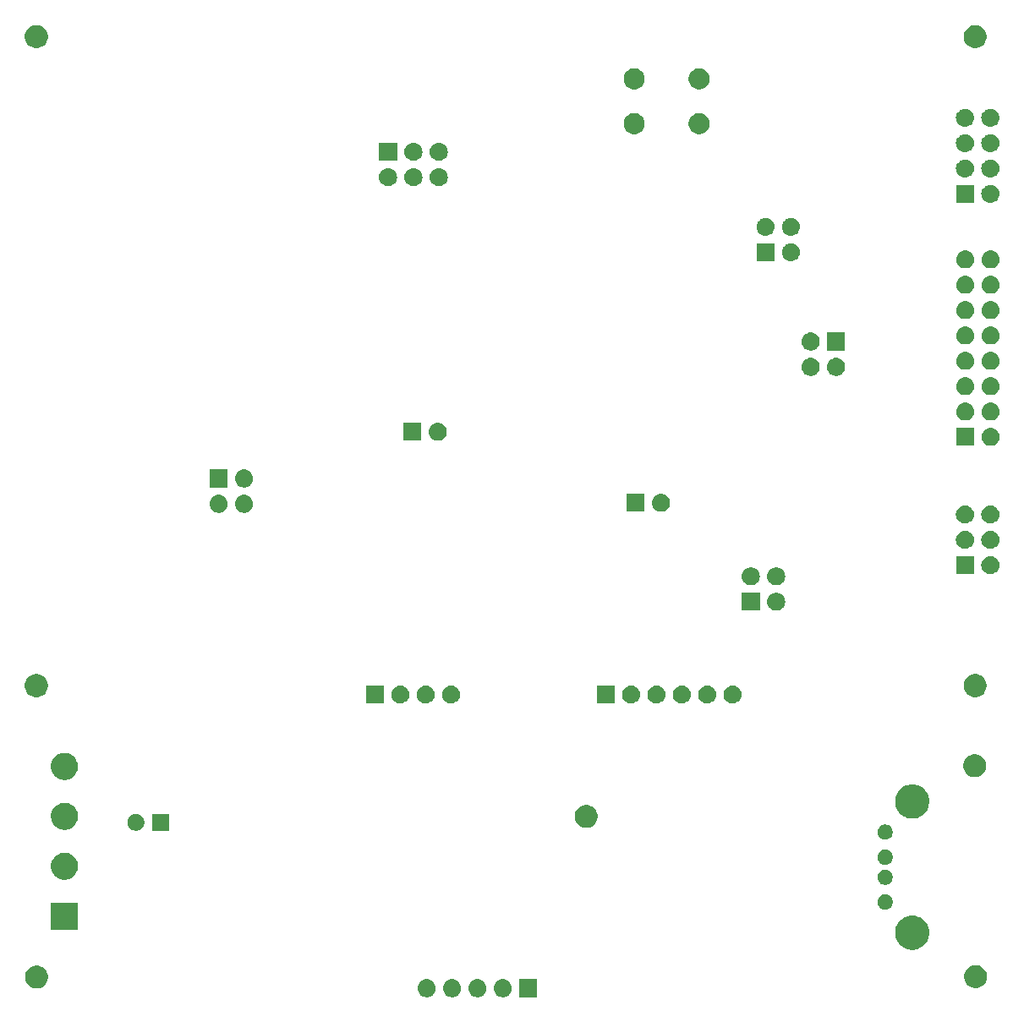
<source format=gbr>
G04 #@! TF.GenerationSoftware,KiCad,Pcbnew,(5.0.0)*
G04 #@! TF.CreationDate,2019-04-16T16:09:12+02:00*
G04 #@! TF.ProjectId,,00000000000000000000000000000000,rev?*
G04 #@! TF.SameCoordinates,Original*
G04 #@! TF.FileFunction,Soldermask,Bot*
G04 #@! TF.FilePolarity,Negative*
%FSLAX46Y46*%
G04 Gerber Fmt 4.6, Leading zero omitted, Abs format (unit mm)*
G04 Created by KiCad (PCBNEW (5.0.0)) date 04/16/19 16:09:12*
%MOMM*%
%LPD*%
G01*
G04 APERTURE LIST*
%ADD10C,0.100000*%
G04 APERTURE END LIST*
D10*
G36*
X62137243Y-117367919D02*
X62203427Y-117374437D01*
X62316653Y-117408784D01*
X62373267Y-117425957D01*
X62475372Y-117480534D01*
X62529791Y-117509622D01*
X62565529Y-117538952D01*
X62666986Y-117622214D01*
X62722617Y-117690002D01*
X62779578Y-117759409D01*
X62779579Y-117759411D01*
X62863243Y-117915933D01*
X62863243Y-117915934D01*
X62914763Y-118085773D01*
X62932159Y-118262400D01*
X62914763Y-118439027D01*
X62880416Y-118552253D01*
X62863243Y-118608867D01*
X62789148Y-118747487D01*
X62779578Y-118765391D01*
X62750248Y-118801129D01*
X62666986Y-118902586D01*
X62565529Y-118985848D01*
X62529791Y-119015178D01*
X62529789Y-119015179D01*
X62373267Y-119098843D01*
X62316653Y-119116016D01*
X62203427Y-119150363D01*
X62137243Y-119156881D01*
X62071060Y-119163400D01*
X61982540Y-119163400D01*
X61916357Y-119156881D01*
X61850173Y-119150363D01*
X61736947Y-119116016D01*
X61680333Y-119098843D01*
X61523811Y-119015179D01*
X61523809Y-119015178D01*
X61488071Y-118985848D01*
X61386614Y-118902586D01*
X61303352Y-118801129D01*
X61274022Y-118765391D01*
X61264452Y-118747487D01*
X61190357Y-118608867D01*
X61173184Y-118552253D01*
X61138837Y-118439027D01*
X61121441Y-118262400D01*
X61138837Y-118085773D01*
X61190357Y-117915934D01*
X61190357Y-117915933D01*
X61274021Y-117759411D01*
X61274022Y-117759409D01*
X61330983Y-117690002D01*
X61386614Y-117622214D01*
X61488071Y-117538952D01*
X61523809Y-117509622D01*
X61578228Y-117480534D01*
X61680333Y-117425957D01*
X61736947Y-117408784D01*
X61850173Y-117374437D01*
X61916357Y-117367919D01*
X61982540Y-117361400D01*
X62071060Y-117361400D01*
X62137243Y-117367919D01*
X62137243Y-117367919D01*
G37*
G36*
X69757243Y-117367919D02*
X69823427Y-117374437D01*
X69936653Y-117408784D01*
X69993267Y-117425957D01*
X70095372Y-117480534D01*
X70149791Y-117509622D01*
X70185529Y-117538952D01*
X70286986Y-117622214D01*
X70342617Y-117690002D01*
X70399578Y-117759409D01*
X70399579Y-117759411D01*
X70483243Y-117915933D01*
X70483243Y-117915934D01*
X70534763Y-118085773D01*
X70552159Y-118262400D01*
X70534763Y-118439027D01*
X70500416Y-118552253D01*
X70483243Y-118608867D01*
X70409148Y-118747487D01*
X70399578Y-118765391D01*
X70370248Y-118801129D01*
X70286986Y-118902586D01*
X70185529Y-118985848D01*
X70149791Y-119015178D01*
X70149789Y-119015179D01*
X69993267Y-119098843D01*
X69936653Y-119116016D01*
X69823427Y-119150363D01*
X69757243Y-119156881D01*
X69691060Y-119163400D01*
X69602540Y-119163400D01*
X69536357Y-119156881D01*
X69470173Y-119150363D01*
X69356947Y-119116016D01*
X69300333Y-119098843D01*
X69143811Y-119015179D01*
X69143809Y-119015178D01*
X69108071Y-118985848D01*
X69006614Y-118902586D01*
X68923352Y-118801129D01*
X68894022Y-118765391D01*
X68884452Y-118747487D01*
X68810357Y-118608867D01*
X68793184Y-118552253D01*
X68758837Y-118439027D01*
X68741441Y-118262400D01*
X68758837Y-118085773D01*
X68810357Y-117915934D01*
X68810357Y-117915933D01*
X68894021Y-117759411D01*
X68894022Y-117759409D01*
X68950983Y-117690002D01*
X69006614Y-117622214D01*
X69108071Y-117538952D01*
X69143809Y-117509622D01*
X69198228Y-117480534D01*
X69300333Y-117425957D01*
X69356947Y-117408784D01*
X69470173Y-117374437D01*
X69536357Y-117367919D01*
X69602540Y-117361400D01*
X69691060Y-117361400D01*
X69757243Y-117367919D01*
X69757243Y-117367919D01*
G37*
G36*
X73087800Y-119163400D02*
X71285800Y-119163400D01*
X71285800Y-117361400D01*
X73087800Y-117361400D01*
X73087800Y-119163400D01*
X73087800Y-119163400D01*
G37*
G36*
X64677243Y-117367919D02*
X64743427Y-117374437D01*
X64856653Y-117408784D01*
X64913267Y-117425957D01*
X65015372Y-117480534D01*
X65069791Y-117509622D01*
X65105529Y-117538952D01*
X65206986Y-117622214D01*
X65262617Y-117690002D01*
X65319578Y-117759409D01*
X65319579Y-117759411D01*
X65403243Y-117915933D01*
X65403243Y-117915934D01*
X65454763Y-118085773D01*
X65472159Y-118262400D01*
X65454763Y-118439027D01*
X65420416Y-118552253D01*
X65403243Y-118608867D01*
X65329148Y-118747487D01*
X65319578Y-118765391D01*
X65290248Y-118801129D01*
X65206986Y-118902586D01*
X65105529Y-118985848D01*
X65069791Y-119015178D01*
X65069789Y-119015179D01*
X64913267Y-119098843D01*
X64856653Y-119116016D01*
X64743427Y-119150363D01*
X64677243Y-119156881D01*
X64611060Y-119163400D01*
X64522540Y-119163400D01*
X64456357Y-119156881D01*
X64390173Y-119150363D01*
X64276947Y-119116016D01*
X64220333Y-119098843D01*
X64063811Y-119015179D01*
X64063809Y-119015178D01*
X64028071Y-118985848D01*
X63926614Y-118902586D01*
X63843352Y-118801129D01*
X63814022Y-118765391D01*
X63804452Y-118747487D01*
X63730357Y-118608867D01*
X63713184Y-118552253D01*
X63678837Y-118439027D01*
X63661441Y-118262400D01*
X63678837Y-118085773D01*
X63730357Y-117915934D01*
X63730357Y-117915933D01*
X63814021Y-117759411D01*
X63814022Y-117759409D01*
X63870983Y-117690002D01*
X63926614Y-117622214D01*
X64028071Y-117538952D01*
X64063809Y-117509622D01*
X64118228Y-117480534D01*
X64220333Y-117425957D01*
X64276947Y-117408784D01*
X64390173Y-117374437D01*
X64456357Y-117367919D01*
X64522540Y-117361400D01*
X64611060Y-117361400D01*
X64677243Y-117367919D01*
X64677243Y-117367919D01*
G37*
G36*
X67217243Y-117367919D02*
X67283427Y-117374437D01*
X67396653Y-117408784D01*
X67453267Y-117425957D01*
X67555372Y-117480534D01*
X67609791Y-117509622D01*
X67645529Y-117538952D01*
X67746986Y-117622214D01*
X67802617Y-117690002D01*
X67859578Y-117759409D01*
X67859579Y-117759411D01*
X67943243Y-117915933D01*
X67943243Y-117915934D01*
X67994763Y-118085773D01*
X68012159Y-118262400D01*
X67994763Y-118439027D01*
X67960416Y-118552253D01*
X67943243Y-118608867D01*
X67869148Y-118747487D01*
X67859578Y-118765391D01*
X67830248Y-118801129D01*
X67746986Y-118902586D01*
X67645529Y-118985848D01*
X67609791Y-119015178D01*
X67609789Y-119015179D01*
X67453267Y-119098843D01*
X67396653Y-119116016D01*
X67283427Y-119150363D01*
X67217243Y-119156881D01*
X67151060Y-119163400D01*
X67062540Y-119163400D01*
X66996357Y-119156881D01*
X66930173Y-119150363D01*
X66816947Y-119116016D01*
X66760333Y-119098843D01*
X66603811Y-119015179D01*
X66603809Y-119015178D01*
X66568071Y-118985848D01*
X66466614Y-118902586D01*
X66383352Y-118801129D01*
X66354022Y-118765391D01*
X66344452Y-118747487D01*
X66270357Y-118608867D01*
X66253184Y-118552253D01*
X66218837Y-118439027D01*
X66201441Y-118262400D01*
X66218837Y-118085773D01*
X66270357Y-117915934D01*
X66270357Y-117915933D01*
X66354021Y-117759411D01*
X66354022Y-117759409D01*
X66410983Y-117690002D01*
X66466614Y-117622214D01*
X66568071Y-117538952D01*
X66603809Y-117509622D01*
X66658228Y-117480534D01*
X66760333Y-117425957D01*
X66816947Y-117408784D01*
X66930173Y-117374437D01*
X66996357Y-117367919D01*
X67062540Y-117361400D01*
X67151060Y-117361400D01*
X67217243Y-117367919D01*
X67217243Y-117367919D01*
G37*
G36*
X23297334Y-116038032D02*
X23506802Y-116124796D01*
X23695323Y-116250762D01*
X23855638Y-116411077D01*
X23981604Y-116599598D01*
X24068368Y-116809066D01*
X24112600Y-117031435D01*
X24112600Y-117258165D01*
X24068368Y-117480534D01*
X23981604Y-117690002D01*
X23855638Y-117878523D01*
X23695323Y-118038838D01*
X23506802Y-118164804D01*
X23297334Y-118251568D01*
X23074965Y-118295800D01*
X22848235Y-118295800D01*
X22625866Y-118251568D01*
X22416398Y-118164804D01*
X22227877Y-118038838D01*
X22067562Y-117878523D01*
X21941596Y-117690002D01*
X21854832Y-117480534D01*
X21810600Y-117258165D01*
X21810600Y-117031435D01*
X21854832Y-116809066D01*
X21941596Y-116599598D01*
X22067562Y-116411077D01*
X22227877Y-116250762D01*
X22416398Y-116124796D01*
X22625866Y-116038032D01*
X22848235Y-115993800D01*
X23074965Y-115993800D01*
X23297334Y-116038032D01*
X23297334Y-116038032D01*
G37*
G36*
X117328134Y-115987232D02*
X117537602Y-116073996D01*
X117726123Y-116199962D01*
X117886438Y-116360277D01*
X118012404Y-116548798D01*
X118099168Y-116758266D01*
X118143400Y-116980635D01*
X118143400Y-117207365D01*
X118099168Y-117429734D01*
X118012404Y-117639202D01*
X117886438Y-117827723D01*
X117726123Y-117988038D01*
X117537602Y-118114004D01*
X117328134Y-118200768D01*
X117105765Y-118245000D01*
X116879035Y-118245000D01*
X116656666Y-118200768D01*
X116447198Y-118114004D01*
X116258677Y-117988038D01*
X116098362Y-117827723D01*
X115972396Y-117639202D01*
X115885632Y-117429734D01*
X115841400Y-117207365D01*
X115841400Y-116980635D01*
X115885632Y-116758266D01*
X115972396Y-116548798D01*
X116098362Y-116360277D01*
X116258677Y-116199962D01*
X116447198Y-116073996D01*
X116656666Y-115987232D01*
X116879035Y-115943000D01*
X117105765Y-115943000D01*
X117328134Y-115987232D01*
X117328134Y-115987232D01*
G37*
G36*
X111140897Y-111060576D02*
X111269724Y-111113938D01*
X111451914Y-111189403D01*
X111731827Y-111376435D01*
X111969865Y-111614473D01*
X112156897Y-111894386D01*
X112285724Y-112205404D01*
X112351400Y-112535577D01*
X112351400Y-112872223D01*
X112285724Y-113202396D01*
X112156897Y-113513414D01*
X111969865Y-113793327D01*
X111731827Y-114031365D01*
X111451914Y-114218397D01*
X111269724Y-114293862D01*
X111140897Y-114347224D01*
X110975809Y-114380062D01*
X110810723Y-114412900D01*
X110474077Y-114412900D01*
X110308991Y-114380062D01*
X110143903Y-114347224D01*
X110015076Y-114293862D01*
X109832886Y-114218397D01*
X109552973Y-114031365D01*
X109314935Y-113793327D01*
X109127903Y-113513414D01*
X108999076Y-113202396D01*
X108933400Y-112872223D01*
X108933400Y-112535577D01*
X108999076Y-112205404D01*
X109127903Y-111894386D01*
X109314935Y-111614473D01*
X109552973Y-111376435D01*
X109832886Y-111189403D01*
X110015076Y-111113938D01*
X110143903Y-111060576D01*
X110474077Y-110994900D01*
X110810723Y-110994900D01*
X111140897Y-111060576D01*
X111140897Y-111060576D01*
G37*
G36*
X27106600Y-112399800D02*
X24404600Y-112399800D01*
X24404600Y-109697800D01*
X27106600Y-109697800D01*
X27106600Y-112399800D01*
X27106600Y-112399800D01*
G37*
G36*
X108155542Y-108898298D02*
X108294764Y-108955965D01*
X108420059Y-109039685D01*
X108526615Y-109146241D01*
X108610335Y-109271536D01*
X108668002Y-109410758D01*
X108697400Y-109558554D01*
X108697400Y-109709246D01*
X108668002Y-109857042D01*
X108610335Y-109996264D01*
X108526615Y-110121559D01*
X108420059Y-110228115D01*
X108294764Y-110311835D01*
X108155542Y-110369502D01*
X108007746Y-110398900D01*
X107857054Y-110398900D01*
X107709258Y-110369502D01*
X107570036Y-110311835D01*
X107444741Y-110228115D01*
X107338185Y-110121559D01*
X107254465Y-109996264D01*
X107196798Y-109857042D01*
X107167400Y-109709246D01*
X107167400Y-109558554D01*
X107196798Y-109410758D01*
X107254465Y-109271536D01*
X107338185Y-109146241D01*
X107444741Y-109039685D01*
X107570036Y-108955965D01*
X107709258Y-108898298D01*
X107857054Y-108868900D01*
X108007746Y-108868900D01*
X108155542Y-108898298D01*
X108155542Y-108898298D01*
G37*
G36*
X108155542Y-106398298D02*
X108294764Y-106455965D01*
X108420059Y-106539685D01*
X108526615Y-106646241D01*
X108610335Y-106771536D01*
X108668002Y-106910758D01*
X108697400Y-107058554D01*
X108697400Y-107209246D01*
X108668002Y-107357042D01*
X108610335Y-107496264D01*
X108526615Y-107621559D01*
X108420059Y-107728115D01*
X108294764Y-107811835D01*
X108155542Y-107869502D01*
X108007746Y-107898900D01*
X107857054Y-107898900D01*
X107709258Y-107869502D01*
X107570036Y-107811835D01*
X107444741Y-107728115D01*
X107338185Y-107621559D01*
X107254465Y-107496264D01*
X107196798Y-107357042D01*
X107167400Y-107209246D01*
X107167400Y-107058554D01*
X107196798Y-106910758D01*
X107254465Y-106771536D01*
X107338185Y-106646241D01*
X107444741Y-106539685D01*
X107570036Y-106455965D01*
X107709258Y-106398298D01*
X107857054Y-106368900D01*
X108007746Y-106368900D01*
X108155542Y-106398298D01*
X108155542Y-106398298D01*
G37*
G36*
X26019167Y-104723759D02*
X26149672Y-104749718D01*
X26395539Y-104851559D01*
X26616064Y-104998910D01*
X26616815Y-104999412D01*
X26804988Y-105187585D01*
X26804990Y-105187588D01*
X26952841Y-105408861D01*
X27054682Y-105654728D01*
X27106600Y-105915738D01*
X27106600Y-106181862D01*
X27054682Y-106442872D01*
X26952841Y-106688739D01*
X26805490Y-106909264D01*
X26804988Y-106910015D01*
X26616815Y-107098188D01*
X26616812Y-107098190D01*
X26395539Y-107246041D01*
X26149672Y-107347882D01*
X26103621Y-107357042D01*
X25888663Y-107399800D01*
X25622537Y-107399800D01*
X25407579Y-107357042D01*
X25361528Y-107347882D01*
X25115661Y-107246041D01*
X24894388Y-107098190D01*
X24894385Y-107098188D01*
X24706212Y-106910015D01*
X24705710Y-106909264D01*
X24558359Y-106688739D01*
X24456518Y-106442872D01*
X24404600Y-106181862D01*
X24404600Y-105915738D01*
X24456518Y-105654728D01*
X24558359Y-105408861D01*
X24706210Y-105187588D01*
X24706212Y-105187585D01*
X24894385Y-104999412D01*
X24895136Y-104998910D01*
X25115661Y-104851559D01*
X25361528Y-104749718D01*
X25492033Y-104723759D01*
X25622537Y-104697800D01*
X25888663Y-104697800D01*
X26019167Y-104723759D01*
X26019167Y-104723759D01*
G37*
G36*
X108155542Y-104398298D02*
X108294764Y-104455965D01*
X108420059Y-104539685D01*
X108526615Y-104646241D01*
X108610335Y-104771536D01*
X108668002Y-104910758D01*
X108697400Y-105058554D01*
X108697400Y-105209246D01*
X108668002Y-105357042D01*
X108610335Y-105496264D01*
X108526615Y-105621559D01*
X108420059Y-105728115D01*
X108294764Y-105811835D01*
X108155542Y-105869502D01*
X108007746Y-105898900D01*
X107857054Y-105898900D01*
X107709258Y-105869502D01*
X107570036Y-105811835D01*
X107444741Y-105728115D01*
X107338185Y-105621559D01*
X107254465Y-105496264D01*
X107196798Y-105357042D01*
X107167400Y-105209246D01*
X107167400Y-105058554D01*
X107196798Y-104910758D01*
X107254465Y-104771536D01*
X107338185Y-104646241D01*
X107444741Y-104539685D01*
X107570036Y-104455965D01*
X107709258Y-104398298D01*
X107857054Y-104368900D01*
X108007746Y-104368900D01*
X108155542Y-104398298D01*
X108155542Y-104398298D01*
G37*
G36*
X108155542Y-101898298D02*
X108294764Y-101955965D01*
X108420059Y-102039685D01*
X108526615Y-102146241D01*
X108610335Y-102271536D01*
X108668002Y-102410758D01*
X108697400Y-102558554D01*
X108697400Y-102709246D01*
X108668002Y-102857042D01*
X108610335Y-102996264D01*
X108526615Y-103121559D01*
X108420059Y-103228115D01*
X108294764Y-103311835D01*
X108155542Y-103369502D01*
X108007746Y-103398900D01*
X107857054Y-103398900D01*
X107709258Y-103369502D01*
X107570036Y-103311835D01*
X107444741Y-103228115D01*
X107338185Y-103121559D01*
X107254465Y-102996264D01*
X107196798Y-102857042D01*
X107167400Y-102709246D01*
X107167400Y-102558554D01*
X107196798Y-102410758D01*
X107254465Y-102271536D01*
X107338185Y-102146241D01*
X107444741Y-102039685D01*
X107570036Y-101955965D01*
X107709258Y-101898298D01*
X107857054Y-101868900D01*
X108007746Y-101868900D01*
X108155542Y-101898298D01*
X108155542Y-101898298D01*
G37*
G36*
X36258600Y-102501800D02*
X34556600Y-102501800D01*
X34556600Y-100799800D01*
X36258600Y-100799800D01*
X36258600Y-102501800D01*
X36258600Y-102501800D01*
G37*
G36*
X33155828Y-100832503D02*
X33310700Y-100896653D01*
X33450081Y-100989785D01*
X33568615Y-101108319D01*
X33661747Y-101247700D01*
X33725897Y-101402572D01*
X33758600Y-101566984D01*
X33758600Y-101734616D01*
X33725897Y-101899028D01*
X33661747Y-102053900D01*
X33568615Y-102193281D01*
X33450081Y-102311815D01*
X33310700Y-102404947D01*
X33155828Y-102469097D01*
X32991416Y-102501800D01*
X32823784Y-102501800D01*
X32659372Y-102469097D01*
X32504500Y-102404947D01*
X32365119Y-102311815D01*
X32246585Y-102193281D01*
X32153453Y-102053900D01*
X32089303Y-101899028D01*
X32056600Y-101734616D01*
X32056600Y-101566984D01*
X32089303Y-101402572D01*
X32153453Y-101247700D01*
X32246585Y-101108319D01*
X32365119Y-100989785D01*
X32504500Y-100896653D01*
X32659372Y-100832503D01*
X32823784Y-100799800D01*
X32991416Y-100799800D01*
X33155828Y-100832503D01*
X33155828Y-100832503D01*
G37*
G36*
X26019167Y-99723759D02*
X26149672Y-99749718D01*
X26395539Y-99851559D01*
X26616064Y-99998910D01*
X26616815Y-99999412D01*
X26804988Y-100187585D01*
X26804990Y-100187588D01*
X26952841Y-100408861D01*
X27054682Y-100654728D01*
X27054682Y-100654729D01*
X27106600Y-100915737D01*
X27106600Y-101181863D01*
X27080641Y-101312367D01*
X27054682Y-101442872D01*
X26952841Y-101688739D01*
X26832460Y-101868900D01*
X26804988Y-101910015D01*
X26616815Y-102098188D01*
X26616812Y-102098190D01*
X26395539Y-102246041D01*
X26149672Y-102347882D01*
X26019167Y-102373841D01*
X25888663Y-102399800D01*
X25622537Y-102399800D01*
X25492033Y-102373841D01*
X25361528Y-102347882D01*
X25115661Y-102246041D01*
X24894388Y-102098190D01*
X24894385Y-102098188D01*
X24706212Y-101910015D01*
X24678740Y-101868900D01*
X24558359Y-101688739D01*
X24456518Y-101442872D01*
X24430559Y-101312367D01*
X24404600Y-101181863D01*
X24404600Y-100915737D01*
X24456518Y-100654729D01*
X24456518Y-100654728D01*
X24558359Y-100408861D01*
X24706210Y-100187588D01*
X24706212Y-100187585D01*
X24894385Y-99999412D01*
X24895136Y-99998910D01*
X25115661Y-99851559D01*
X25361528Y-99749718D01*
X25492033Y-99723759D01*
X25622537Y-99697800D01*
X25888663Y-99697800D01*
X26019167Y-99723759D01*
X26019167Y-99723759D01*
G37*
G36*
X78335734Y-99943632D02*
X78545202Y-100030396D01*
X78733723Y-100156362D01*
X78894038Y-100316677D01*
X79020004Y-100505198D01*
X79106768Y-100714666D01*
X79151000Y-100937035D01*
X79151000Y-101163765D01*
X79106768Y-101386134D01*
X79020004Y-101595602D01*
X78894038Y-101784123D01*
X78733723Y-101944438D01*
X78545202Y-102070404D01*
X78335734Y-102157168D01*
X78113365Y-102201400D01*
X77886635Y-102201400D01*
X77664266Y-102157168D01*
X77454798Y-102070404D01*
X77266277Y-101944438D01*
X77105962Y-101784123D01*
X76979996Y-101595602D01*
X76893232Y-101386134D01*
X76849000Y-101163765D01*
X76849000Y-100937035D01*
X76893232Y-100714666D01*
X76979996Y-100505198D01*
X77105962Y-100316677D01*
X77266277Y-100156362D01*
X77454798Y-100030396D01*
X77664266Y-99943632D01*
X77886635Y-99899400D01*
X78113365Y-99899400D01*
X78335734Y-99943632D01*
X78335734Y-99943632D01*
G37*
G36*
X111140897Y-97920576D02*
X111269724Y-97973938D01*
X111451914Y-98049403D01*
X111731827Y-98236435D01*
X111969865Y-98474473D01*
X112156897Y-98754386D01*
X112232362Y-98936576D01*
X112285724Y-99065403D01*
X112351400Y-99395578D01*
X112351400Y-99732222D01*
X112298253Y-99999412D01*
X112285724Y-100062396D01*
X112156897Y-100373414D01*
X111969865Y-100653327D01*
X111731827Y-100891365D01*
X111451914Y-101078397D01*
X111379675Y-101108319D01*
X111140897Y-101207224D01*
X110810723Y-101272900D01*
X110474077Y-101272900D01*
X110143903Y-101207224D01*
X109905125Y-101108319D01*
X109832886Y-101078397D01*
X109552973Y-100891365D01*
X109314935Y-100653327D01*
X109127903Y-100373414D01*
X108999076Y-100062396D01*
X108986548Y-99999412D01*
X108933400Y-99732222D01*
X108933400Y-99395578D01*
X108999076Y-99065403D01*
X109052438Y-98936576D01*
X109127903Y-98754386D01*
X109314935Y-98474473D01*
X109552973Y-98236435D01*
X109832886Y-98049403D01*
X110015076Y-97973938D01*
X110143903Y-97920576D01*
X110474077Y-97854900D01*
X110810723Y-97854900D01*
X111140897Y-97920576D01*
X111140897Y-97920576D01*
G37*
G36*
X26019167Y-94723759D02*
X26149672Y-94749718D01*
X26395539Y-94851559D01*
X26616064Y-94998910D01*
X26616815Y-94999412D01*
X26804988Y-95187585D01*
X26804990Y-95187588D01*
X26952841Y-95408861D01*
X27042561Y-95625466D01*
X27054682Y-95654729D01*
X27093094Y-95847836D01*
X27106600Y-95915738D01*
X27106600Y-96181862D01*
X27054682Y-96442872D01*
X26952841Y-96688739D01*
X26805490Y-96909264D01*
X26804988Y-96910015D01*
X26616815Y-97098188D01*
X26616812Y-97098190D01*
X26395539Y-97246041D01*
X26149672Y-97347882D01*
X26019167Y-97373841D01*
X25888663Y-97399800D01*
X25622537Y-97399800D01*
X25492033Y-97373841D01*
X25361528Y-97347882D01*
X25115661Y-97246041D01*
X24894388Y-97098190D01*
X24894385Y-97098188D01*
X24706212Y-96910015D01*
X24705710Y-96909264D01*
X24558359Y-96688739D01*
X24456518Y-96442872D01*
X24404600Y-96181862D01*
X24404600Y-95915738D01*
X24418107Y-95847836D01*
X24456518Y-95654729D01*
X24468639Y-95625466D01*
X24558359Y-95408861D01*
X24706210Y-95187588D01*
X24706212Y-95187585D01*
X24894385Y-94999412D01*
X24895136Y-94998910D01*
X25115661Y-94851559D01*
X25361528Y-94749718D01*
X25492033Y-94723759D01*
X25622537Y-94697800D01*
X25888663Y-94697800D01*
X26019167Y-94723759D01*
X26019167Y-94723759D01*
G37*
G36*
X117226534Y-94854432D02*
X117436002Y-94941196D01*
X117624523Y-95067162D01*
X117784838Y-95227477D01*
X117910804Y-95415998D01*
X117997568Y-95625466D01*
X118041800Y-95847835D01*
X118041800Y-96074565D01*
X117997568Y-96296934D01*
X117910804Y-96506402D01*
X117784838Y-96694923D01*
X117624523Y-96855238D01*
X117436002Y-96981204D01*
X117226534Y-97067968D01*
X117004165Y-97112200D01*
X116777435Y-97112200D01*
X116555066Y-97067968D01*
X116345598Y-96981204D01*
X116157077Y-96855238D01*
X115996762Y-96694923D01*
X115870796Y-96506402D01*
X115784032Y-96296934D01*
X115739800Y-96074565D01*
X115739800Y-95847835D01*
X115784032Y-95625466D01*
X115870796Y-95415998D01*
X115996762Y-95227477D01*
X116157077Y-95067162D01*
X116345598Y-94941196D01*
X116555066Y-94854432D01*
X116777435Y-94810200D01*
X117004165Y-94810200D01*
X117226534Y-94854432D01*
X117226534Y-94854432D01*
G37*
G36*
X92759642Y-87954718D02*
X92825827Y-87961237D01*
X92939053Y-87995584D01*
X92995667Y-88012757D01*
X93134287Y-88086852D01*
X93152191Y-88096422D01*
X93187929Y-88125752D01*
X93289386Y-88209014D01*
X93351691Y-88284934D01*
X93401978Y-88346209D01*
X93401979Y-88346211D01*
X93485643Y-88502733D01*
X93485643Y-88502734D01*
X93537163Y-88672573D01*
X93554559Y-88849200D01*
X93537163Y-89025827D01*
X93514602Y-89100200D01*
X93485643Y-89195667D01*
X93411548Y-89334287D01*
X93401978Y-89352191D01*
X93372648Y-89387929D01*
X93289386Y-89489386D01*
X93187929Y-89572648D01*
X93152191Y-89601978D01*
X93152189Y-89601979D01*
X92995667Y-89685643D01*
X92939053Y-89702816D01*
X92825827Y-89737163D01*
X92759642Y-89743682D01*
X92693460Y-89750200D01*
X92604940Y-89750200D01*
X92538758Y-89743682D01*
X92472573Y-89737163D01*
X92359347Y-89702816D01*
X92302733Y-89685643D01*
X92146211Y-89601979D01*
X92146209Y-89601978D01*
X92110471Y-89572648D01*
X92009014Y-89489386D01*
X91925752Y-89387929D01*
X91896422Y-89352191D01*
X91886852Y-89334287D01*
X91812757Y-89195667D01*
X91783798Y-89100200D01*
X91761237Y-89025827D01*
X91743841Y-88849200D01*
X91761237Y-88672573D01*
X91812757Y-88502734D01*
X91812757Y-88502733D01*
X91896421Y-88346211D01*
X91896422Y-88346209D01*
X91946709Y-88284934D01*
X92009014Y-88209014D01*
X92110471Y-88125752D01*
X92146209Y-88096422D01*
X92164113Y-88086852D01*
X92302733Y-88012757D01*
X92359347Y-87995584D01*
X92472573Y-87961237D01*
X92538758Y-87954718D01*
X92604940Y-87948200D01*
X92693460Y-87948200D01*
X92759642Y-87954718D01*
X92759642Y-87954718D01*
G37*
G36*
X64575642Y-87954718D02*
X64641827Y-87961237D01*
X64755053Y-87995584D01*
X64811667Y-88012757D01*
X64950287Y-88086852D01*
X64968191Y-88096422D01*
X65003929Y-88125752D01*
X65105386Y-88209014D01*
X65167691Y-88284934D01*
X65217978Y-88346209D01*
X65217979Y-88346211D01*
X65301643Y-88502733D01*
X65301643Y-88502734D01*
X65353163Y-88672573D01*
X65370559Y-88849200D01*
X65353163Y-89025827D01*
X65330602Y-89100200D01*
X65301643Y-89195667D01*
X65227548Y-89334287D01*
X65217978Y-89352191D01*
X65188648Y-89387929D01*
X65105386Y-89489386D01*
X65003929Y-89572648D01*
X64968191Y-89601978D01*
X64968189Y-89601979D01*
X64811667Y-89685643D01*
X64755053Y-89702816D01*
X64641827Y-89737163D01*
X64575642Y-89743682D01*
X64509460Y-89750200D01*
X64420940Y-89750200D01*
X64354758Y-89743682D01*
X64288573Y-89737163D01*
X64175347Y-89702816D01*
X64118733Y-89685643D01*
X63962211Y-89601979D01*
X63962209Y-89601978D01*
X63926471Y-89572648D01*
X63825014Y-89489386D01*
X63741752Y-89387929D01*
X63712422Y-89352191D01*
X63702852Y-89334287D01*
X63628757Y-89195667D01*
X63599798Y-89100200D01*
X63577237Y-89025827D01*
X63559841Y-88849200D01*
X63577237Y-88672573D01*
X63628757Y-88502734D01*
X63628757Y-88502733D01*
X63712421Y-88346211D01*
X63712422Y-88346209D01*
X63762709Y-88284934D01*
X63825014Y-88209014D01*
X63926471Y-88125752D01*
X63962209Y-88096422D01*
X63980113Y-88086852D01*
X64118733Y-88012757D01*
X64175347Y-87995584D01*
X64288573Y-87961237D01*
X64354758Y-87954718D01*
X64420940Y-87948200D01*
X64509460Y-87948200D01*
X64575642Y-87954718D01*
X64575642Y-87954718D01*
G37*
G36*
X62035642Y-87954718D02*
X62101827Y-87961237D01*
X62215053Y-87995584D01*
X62271667Y-88012757D01*
X62410287Y-88086852D01*
X62428191Y-88096422D01*
X62463929Y-88125752D01*
X62565386Y-88209014D01*
X62627691Y-88284934D01*
X62677978Y-88346209D01*
X62677979Y-88346211D01*
X62761643Y-88502733D01*
X62761643Y-88502734D01*
X62813163Y-88672573D01*
X62830559Y-88849200D01*
X62813163Y-89025827D01*
X62790602Y-89100200D01*
X62761643Y-89195667D01*
X62687548Y-89334287D01*
X62677978Y-89352191D01*
X62648648Y-89387929D01*
X62565386Y-89489386D01*
X62463929Y-89572648D01*
X62428191Y-89601978D01*
X62428189Y-89601979D01*
X62271667Y-89685643D01*
X62215053Y-89702816D01*
X62101827Y-89737163D01*
X62035642Y-89743682D01*
X61969460Y-89750200D01*
X61880940Y-89750200D01*
X61814758Y-89743682D01*
X61748573Y-89737163D01*
X61635347Y-89702816D01*
X61578733Y-89685643D01*
X61422211Y-89601979D01*
X61422209Y-89601978D01*
X61386471Y-89572648D01*
X61285014Y-89489386D01*
X61201752Y-89387929D01*
X61172422Y-89352191D01*
X61162852Y-89334287D01*
X61088757Y-89195667D01*
X61059798Y-89100200D01*
X61037237Y-89025827D01*
X61019841Y-88849200D01*
X61037237Y-88672573D01*
X61088757Y-88502734D01*
X61088757Y-88502733D01*
X61172421Y-88346211D01*
X61172422Y-88346209D01*
X61222709Y-88284934D01*
X61285014Y-88209014D01*
X61386471Y-88125752D01*
X61422209Y-88096422D01*
X61440113Y-88086852D01*
X61578733Y-88012757D01*
X61635347Y-87995584D01*
X61748573Y-87961237D01*
X61814758Y-87954718D01*
X61880940Y-87948200D01*
X61969460Y-87948200D01*
X62035642Y-87954718D01*
X62035642Y-87954718D01*
G37*
G36*
X59495642Y-87954718D02*
X59561827Y-87961237D01*
X59675053Y-87995584D01*
X59731667Y-88012757D01*
X59870287Y-88086852D01*
X59888191Y-88096422D01*
X59923929Y-88125752D01*
X60025386Y-88209014D01*
X60087691Y-88284934D01*
X60137978Y-88346209D01*
X60137979Y-88346211D01*
X60221643Y-88502733D01*
X60221643Y-88502734D01*
X60273163Y-88672573D01*
X60290559Y-88849200D01*
X60273163Y-89025827D01*
X60250602Y-89100200D01*
X60221643Y-89195667D01*
X60147548Y-89334287D01*
X60137978Y-89352191D01*
X60108648Y-89387929D01*
X60025386Y-89489386D01*
X59923929Y-89572648D01*
X59888191Y-89601978D01*
X59888189Y-89601979D01*
X59731667Y-89685643D01*
X59675053Y-89702816D01*
X59561827Y-89737163D01*
X59495642Y-89743682D01*
X59429460Y-89750200D01*
X59340940Y-89750200D01*
X59274758Y-89743682D01*
X59208573Y-89737163D01*
X59095347Y-89702816D01*
X59038733Y-89685643D01*
X58882211Y-89601979D01*
X58882209Y-89601978D01*
X58846471Y-89572648D01*
X58745014Y-89489386D01*
X58661752Y-89387929D01*
X58632422Y-89352191D01*
X58622852Y-89334287D01*
X58548757Y-89195667D01*
X58519798Y-89100200D01*
X58497237Y-89025827D01*
X58479841Y-88849200D01*
X58497237Y-88672573D01*
X58548757Y-88502734D01*
X58548757Y-88502733D01*
X58632421Y-88346211D01*
X58632422Y-88346209D01*
X58682709Y-88284934D01*
X58745014Y-88209014D01*
X58846471Y-88125752D01*
X58882209Y-88096422D01*
X58900113Y-88086852D01*
X59038733Y-88012757D01*
X59095347Y-87995584D01*
X59208573Y-87961237D01*
X59274758Y-87954718D01*
X59340940Y-87948200D01*
X59429460Y-87948200D01*
X59495642Y-87954718D01*
X59495642Y-87954718D01*
G37*
G36*
X80850200Y-89750200D02*
X79048200Y-89750200D01*
X79048200Y-87948200D01*
X80850200Y-87948200D01*
X80850200Y-89750200D01*
X80850200Y-89750200D01*
G37*
G36*
X82599642Y-87954718D02*
X82665827Y-87961237D01*
X82779053Y-87995584D01*
X82835667Y-88012757D01*
X82974287Y-88086852D01*
X82992191Y-88096422D01*
X83027929Y-88125752D01*
X83129386Y-88209014D01*
X83191691Y-88284934D01*
X83241978Y-88346209D01*
X83241979Y-88346211D01*
X83325643Y-88502733D01*
X83325643Y-88502734D01*
X83377163Y-88672573D01*
X83394559Y-88849200D01*
X83377163Y-89025827D01*
X83354602Y-89100200D01*
X83325643Y-89195667D01*
X83251548Y-89334287D01*
X83241978Y-89352191D01*
X83212648Y-89387929D01*
X83129386Y-89489386D01*
X83027929Y-89572648D01*
X82992191Y-89601978D01*
X82992189Y-89601979D01*
X82835667Y-89685643D01*
X82779053Y-89702816D01*
X82665827Y-89737163D01*
X82599642Y-89743682D01*
X82533460Y-89750200D01*
X82444940Y-89750200D01*
X82378758Y-89743682D01*
X82312573Y-89737163D01*
X82199347Y-89702816D01*
X82142733Y-89685643D01*
X81986211Y-89601979D01*
X81986209Y-89601978D01*
X81950471Y-89572648D01*
X81849014Y-89489386D01*
X81765752Y-89387929D01*
X81736422Y-89352191D01*
X81726852Y-89334287D01*
X81652757Y-89195667D01*
X81623798Y-89100200D01*
X81601237Y-89025827D01*
X81583841Y-88849200D01*
X81601237Y-88672573D01*
X81652757Y-88502734D01*
X81652757Y-88502733D01*
X81736421Y-88346211D01*
X81736422Y-88346209D01*
X81786709Y-88284934D01*
X81849014Y-88209014D01*
X81950471Y-88125752D01*
X81986209Y-88096422D01*
X82004113Y-88086852D01*
X82142733Y-88012757D01*
X82199347Y-87995584D01*
X82312573Y-87961237D01*
X82378758Y-87954718D01*
X82444940Y-87948200D01*
X82533460Y-87948200D01*
X82599642Y-87954718D01*
X82599642Y-87954718D01*
G37*
G36*
X85139642Y-87954718D02*
X85205827Y-87961237D01*
X85319053Y-87995584D01*
X85375667Y-88012757D01*
X85514287Y-88086852D01*
X85532191Y-88096422D01*
X85567929Y-88125752D01*
X85669386Y-88209014D01*
X85731691Y-88284934D01*
X85781978Y-88346209D01*
X85781979Y-88346211D01*
X85865643Y-88502733D01*
X85865643Y-88502734D01*
X85917163Y-88672573D01*
X85934559Y-88849200D01*
X85917163Y-89025827D01*
X85894602Y-89100200D01*
X85865643Y-89195667D01*
X85791548Y-89334287D01*
X85781978Y-89352191D01*
X85752648Y-89387929D01*
X85669386Y-89489386D01*
X85567929Y-89572648D01*
X85532191Y-89601978D01*
X85532189Y-89601979D01*
X85375667Y-89685643D01*
X85319053Y-89702816D01*
X85205827Y-89737163D01*
X85139642Y-89743682D01*
X85073460Y-89750200D01*
X84984940Y-89750200D01*
X84918758Y-89743682D01*
X84852573Y-89737163D01*
X84739347Y-89702816D01*
X84682733Y-89685643D01*
X84526211Y-89601979D01*
X84526209Y-89601978D01*
X84490471Y-89572648D01*
X84389014Y-89489386D01*
X84305752Y-89387929D01*
X84276422Y-89352191D01*
X84266852Y-89334287D01*
X84192757Y-89195667D01*
X84163798Y-89100200D01*
X84141237Y-89025827D01*
X84123841Y-88849200D01*
X84141237Y-88672573D01*
X84192757Y-88502734D01*
X84192757Y-88502733D01*
X84276421Y-88346211D01*
X84276422Y-88346209D01*
X84326709Y-88284934D01*
X84389014Y-88209014D01*
X84490471Y-88125752D01*
X84526209Y-88096422D01*
X84544113Y-88086852D01*
X84682733Y-88012757D01*
X84739347Y-87995584D01*
X84852573Y-87961237D01*
X84918758Y-87954718D01*
X84984940Y-87948200D01*
X85073460Y-87948200D01*
X85139642Y-87954718D01*
X85139642Y-87954718D01*
G37*
G36*
X87679642Y-87954718D02*
X87745827Y-87961237D01*
X87859053Y-87995584D01*
X87915667Y-88012757D01*
X88054287Y-88086852D01*
X88072191Y-88096422D01*
X88107929Y-88125752D01*
X88209386Y-88209014D01*
X88271691Y-88284934D01*
X88321978Y-88346209D01*
X88321979Y-88346211D01*
X88405643Y-88502733D01*
X88405643Y-88502734D01*
X88457163Y-88672573D01*
X88474559Y-88849200D01*
X88457163Y-89025827D01*
X88434602Y-89100200D01*
X88405643Y-89195667D01*
X88331548Y-89334287D01*
X88321978Y-89352191D01*
X88292648Y-89387929D01*
X88209386Y-89489386D01*
X88107929Y-89572648D01*
X88072191Y-89601978D01*
X88072189Y-89601979D01*
X87915667Y-89685643D01*
X87859053Y-89702816D01*
X87745827Y-89737163D01*
X87679642Y-89743682D01*
X87613460Y-89750200D01*
X87524940Y-89750200D01*
X87458758Y-89743682D01*
X87392573Y-89737163D01*
X87279347Y-89702816D01*
X87222733Y-89685643D01*
X87066211Y-89601979D01*
X87066209Y-89601978D01*
X87030471Y-89572648D01*
X86929014Y-89489386D01*
X86845752Y-89387929D01*
X86816422Y-89352191D01*
X86806852Y-89334287D01*
X86732757Y-89195667D01*
X86703798Y-89100200D01*
X86681237Y-89025827D01*
X86663841Y-88849200D01*
X86681237Y-88672573D01*
X86732757Y-88502734D01*
X86732757Y-88502733D01*
X86816421Y-88346211D01*
X86816422Y-88346209D01*
X86866709Y-88284934D01*
X86929014Y-88209014D01*
X87030471Y-88125752D01*
X87066209Y-88096422D01*
X87084113Y-88086852D01*
X87222733Y-88012757D01*
X87279347Y-87995584D01*
X87392573Y-87961237D01*
X87458758Y-87954718D01*
X87524940Y-87948200D01*
X87613460Y-87948200D01*
X87679642Y-87954718D01*
X87679642Y-87954718D01*
G37*
G36*
X90219642Y-87954718D02*
X90285827Y-87961237D01*
X90399053Y-87995584D01*
X90455667Y-88012757D01*
X90594287Y-88086852D01*
X90612191Y-88096422D01*
X90647929Y-88125752D01*
X90749386Y-88209014D01*
X90811691Y-88284934D01*
X90861978Y-88346209D01*
X90861979Y-88346211D01*
X90945643Y-88502733D01*
X90945643Y-88502734D01*
X90997163Y-88672573D01*
X91014559Y-88849200D01*
X90997163Y-89025827D01*
X90974602Y-89100200D01*
X90945643Y-89195667D01*
X90871548Y-89334287D01*
X90861978Y-89352191D01*
X90832648Y-89387929D01*
X90749386Y-89489386D01*
X90647929Y-89572648D01*
X90612191Y-89601978D01*
X90612189Y-89601979D01*
X90455667Y-89685643D01*
X90399053Y-89702816D01*
X90285827Y-89737163D01*
X90219642Y-89743682D01*
X90153460Y-89750200D01*
X90064940Y-89750200D01*
X89998758Y-89743682D01*
X89932573Y-89737163D01*
X89819347Y-89702816D01*
X89762733Y-89685643D01*
X89606211Y-89601979D01*
X89606209Y-89601978D01*
X89570471Y-89572648D01*
X89469014Y-89489386D01*
X89385752Y-89387929D01*
X89356422Y-89352191D01*
X89346852Y-89334287D01*
X89272757Y-89195667D01*
X89243798Y-89100200D01*
X89221237Y-89025827D01*
X89203841Y-88849200D01*
X89221237Y-88672573D01*
X89272757Y-88502734D01*
X89272757Y-88502733D01*
X89356421Y-88346211D01*
X89356422Y-88346209D01*
X89406709Y-88284934D01*
X89469014Y-88209014D01*
X89570471Y-88125752D01*
X89606209Y-88096422D01*
X89624113Y-88086852D01*
X89762733Y-88012757D01*
X89819347Y-87995584D01*
X89932573Y-87961237D01*
X89998758Y-87954718D01*
X90064940Y-87948200D01*
X90153460Y-87948200D01*
X90219642Y-87954718D01*
X90219642Y-87954718D01*
G37*
G36*
X57746200Y-89750200D02*
X55944200Y-89750200D01*
X55944200Y-87948200D01*
X57746200Y-87948200D01*
X57746200Y-89750200D01*
X57746200Y-89750200D01*
G37*
G36*
X117284934Y-86842432D02*
X117494402Y-86929196D01*
X117682923Y-87055162D01*
X117843238Y-87215477D01*
X117969204Y-87403998D01*
X118055968Y-87613466D01*
X118100200Y-87835835D01*
X118100200Y-88062565D01*
X118055968Y-88284934D01*
X117969204Y-88494402D01*
X117843238Y-88682923D01*
X117682923Y-88843238D01*
X117494402Y-88969204D01*
X117284934Y-89055968D01*
X117062565Y-89100200D01*
X116835835Y-89100200D01*
X116613466Y-89055968D01*
X116403998Y-88969204D01*
X116215477Y-88843238D01*
X116055162Y-88682923D01*
X115929196Y-88494402D01*
X115842432Y-88284934D01*
X115798200Y-88062565D01*
X115798200Y-87835835D01*
X115842432Y-87613466D01*
X115929196Y-87403998D01*
X116055162Y-87215477D01*
X116215477Y-87055162D01*
X116403998Y-86929196D01*
X116613466Y-86842432D01*
X116835835Y-86798200D01*
X117062565Y-86798200D01*
X117284934Y-86842432D01*
X117284934Y-86842432D01*
G37*
G36*
X23284934Y-86842432D02*
X23494402Y-86929196D01*
X23682923Y-87055162D01*
X23843238Y-87215477D01*
X23969204Y-87403998D01*
X24055968Y-87613466D01*
X24100200Y-87835835D01*
X24100200Y-88062565D01*
X24055968Y-88284934D01*
X23969204Y-88494402D01*
X23843238Y-88682923D01*
X23682923Y-88843238D01*
X23494402Y-88969204D01*
X23284934Y-89055968D01*
X23062565Y-89100200D01*
X22835835Y-89100200D01*
X22613466Y-89055968D01*
X22403998Y-88969204D01*
X22215477Y-88843238D01*
X22055162Y-88682923D01*
X21929196Y-88494402D01*
X21842432Y-88284934D01*
X21798200Y-88062565D01*
X21798200Y-87835835D01*
X21842432Y-87613466D01*
X21929196Y-87403998D01*
X22055162Y-87215477D01*
X22215477Y-87055162D01*
X22403998Y-86929196D01*
X22613466Y-86842432D01*
X22835835Y-86798200D01*
X23062565Y-86798200D01*
X23284934Y-86842432D01*
X23284934Y-86842432D01*
G37*
G36*
X95389000Y-80453800D02*
X93587000Y-80453800D01*
X93587000Y-78651800D01*
X95389000Y-78651800D01*
X95389000Y-80453800D01*
X95389000Y-80453800D01*
G37*
G36*
X97138443Y-78658319D02*
X97204627Y-78664837D01*
X97317853Y-78699184D01*
X97374467Y-78716357D01*
X97513087Y-78790452D01*
X97530991Y-78800022D01*
X97566729Y-78829352D01*
X97668186Y-78912614D01*
X97751448Y-79014071D01*
X97780778Y-79049809D01*
X97780779Y-79049811D01*
X97864443Y-79206333D01*
X97864443Y-79206334D01*
X97915963Y-79376173D01*
X97933359Y-79552800D01*
X97915963Y-79729427D01*
X97881616Y-79842653D01*
X97864443Y-79899267D01*
X97790348Y-80037887D01*
X97780778Y-80055791D01*
X97751448Y-80091529D01*
X97668186Y-80192986D01*
X97566729Y-80276248D01*
X97530991Y-80305578D01*
X97530989Y-80305579D01*
X97374467Y-80389243D01*
X97317853Y-80406416D01*
X97204627Y-80440763D01*
X97138442Y-80447282D01*
X97072260Y-80453800D01*
X96983740Y-80453800D01*
X96917558Y-80447282D01*
X96851373Y-80440763D01*
X96738147Y-80406416D01*
X96681533Y-80389243D01*
X96525011Y-80305579D01*
X96525009Y-80305578D01*
X96489271Y-80276248D01*
X96387814Y-80192986D01*
X96304552Y-80091529D01*
X96275222Y-80055791D01*
X96265652Y-80037887D01*
X96191557Y-79899267D01*
X96174384Y-79842653D01*
X96140037Y-79729427D01*
X96122641Y-79552800D01*
X96140037Y-79376173D01*
X96191557Y-79206334D01*
X96191557Y-79206333D01*
X96275221Y-79049811D01*
X96275222Y-79049809D01*
X96304552Y-79014071D01*
X96387814Y-78912614D01*
X96489271Y-78829352D01*
X96525009Y-78800022D01*
X96542913Y-78790452D01*
X96681533Y-78716357D01*
X96738147Y-78699184D01*
X96851373Y-78664837D01*
X96917557Y-78658319D01*
X96983740Y-78651800D01*
X97072260Y-78651800D01*
X97138443Y-78658319D01*
X97138443Y-78658319D01*
G37*
G36*
X94598443Y-76118319D02*
X94664627Y-76124837D01*
X94777853Y-76159184D01*
X94834467Y-76176357D01*
X94973087Y-76250452D01*
X94990991Y-76260022D01*
X95026729Y-76289352D01*
X95128186Y-76372614D01*
X95211448Y-76474071D01*
X95240778Y-76509809D01*
X95240779Y-76509811D01*
X95324443Y-76666333D01*
X95324443Y-76666334D01*
X95375963Y-76836173D01*
X95393359Y-77012800D01*
X95375963Y-77189427D01*
X95341616Y-77302653D01*
X95324443Y-77359267D01*
X95250348Y-77497887D01*
X95240778Y-77515791D01*
X95211448Y-77551529D01*
X95128186Y-77652986D01*
X95026729Y-77736248D01*
X94990991Y-77765578D01*
X94990989Y-77765579D01*
X94834467Y-77849243D01*
X94777853Y-77866416D01*
X94664627Y-77900763D01*
X94598442Y-77907282D01*
X94532260Y-77913800D01*
X94443740Y-77913800D01*
X94377558Y-77907282D01*
X94311373Y-77900763D01*
X94198147Y-77866416D01*
X94141533Y-77849243D01*
X93985011Y-77765579D01*
X93985009Y-77765578D01*
X93949271Y-77736248D01*
X93847814Y-77652986D01*
X93764552Y-77551529D01*
X93735222Y-77515791D01*
X93725652Y-77497887D01*
X93651557Y-77359267D01*
X93634384Y-77302653D01*
X93600037Y-77189427D01*
X93582641Y-77012800D01*
X93600037Y-76836173D01*
X93651557Y-76666334D01*
X93651557Y-76666333D01*
X93735221Y-76509811D01*
X93735222Y-76509809D01*
X93764552Y-76474071D01*
X93847814Y-76372614D01*
X93949271Y-76289352D01*
X93985009Y-76260022D01*
X94002913Y-76250452D01*
X94141533Y-76176357D01*
X94198147Y-76159184D01*
X94311373Y-76124837D01*
X94377557Y-76118319D01*
X94443740Y-76111800D01*
X94532260Y-76111800D01*
X94598443Y-76118319D01*
X94598443Y-76118319D01*
G37*
G36*
X97138443Y-76118319D02*
X97204627Y-76124837D01*
X97317853Y-76159184D01*
X97374467Y-76176357D01*
X97513087Y-76250452D01*
X97530991Y-76260022D01*
X97566729Y-76289352D01*
X97668186Y-76372614D01*
X97751448Y-76474071D01*
X97780778Y-76509809D01*
X97780779Y-76509811D01*
X97864443Y-76666333D01*
X97864443Y-76666334D01*
X97915963Y-76836173D01*
X97933359Y-77012800D01*
X97915963Y-77189427D01*
X97881616Y-77302653D01*
X97864443Y-77359267D01*
X97790348Y-77497887D01*
X97780778Y-77515791D01*
X97751448Y-77551529D01*
X97668186Y-77652986D01*
X97566729Y-77736248D01*
X97530991Y-77765578D01*
X97530989Y-77765579D01*
X97374467Y-77849243D01*
X97317853Y-77866416D01*
X97204627Y-77900763D01*
X97138442Y-77907282D01*
X97072260Y-77913800D01*
X96983740Y-77913800D01*
X96917558Y-77907282D01*
X96851373Y-77900763D01*
X96738147Y-77866416D01*
X96681533Y-77849243D01*
X96525011Y-77765579D01*
X96525009Y-77765578D01*
X96489271Y-77736248D01*
X96387814Y-77652986D01*
X96304552Y-77551529D01*
X96275222Y-77515791D01*
X96265652Y-77497887D01*
X96191557Y-77359267D01*
X96174384Y-77302653D01*
X96140037Y-77189427D01*
X96122641Y-77012800D01*
X96140037Y-76836173D01*
X96191557Y-76666334D01*
X96191557Y-76666333D01*
X96275221Y-76509811D01*
X96275222Y-76509809D01*
X96304552Y-76474071D01*
X96387814Y-76372614D01*
X96489271Y-76289352D01*
X96525009Y-76260022D01*
X96542913Y-76250452D01*
X96681533Y-76176357D01*
X96738147Y-76159184D01*
X96851373Y-76124837D01*
X96917557Y-76118319D01*
X96983740Y-76111800D01*
X97072260Y-76111800D01*
X97138443Y-76118319D01*
X97138443Y-76118319D01*
G37*
G36*
X118576043Y-75000719D02*
X118642227Y-75007237D01*
X118755453Y-75041584D01*
X118812067Y-75058757D01*
X118950687Y-75132852D01*
X118968591Y-75142422D01*
X119004329Y-75171752D01*
X119105786Y-75255014D01*
X119189048Y-75356471D01*
X119218378Y-75392209D01*
X119218379Y-75392211D01*
X119302043Y-75548733D01*
X119302043Y-75548734D01*
X119353563Y-75718573D01*
X119370959Y-75895200D01*
X119353563Y-76071827D01*
X119321854Y-76176357D01*
X119302043Y-76241667D01*
X119232049Y-76372614D01*
X119218378Y-76398191D01*
X119189048Y-76433929D01*
X119105786Y-76535386D01*
X119004329Y-76618648D01*
X118968591Y-76647978D01*
X118968589Y-76647979D01*
X118812067Y-76731643D01*
X118755453Y-76748816D01*
X118642227Y-76783163D01*
X118576042Y-76789682D01*
X118509860Y-76796200D01*
X118421340Y-76796200D01*
X118355158Y-76789682D01*
X118288973Y-76783163D01*
X118175747Y-76748816D01*
X118119133Y-76731643D01*
X117962611Y-76647979D01*
X117962609Y-76647978D01*
X117926871Y-76618648D01*
X117825414Y-76535386D01*
X117742152Y-76433929D01*
X117712822Y-76398191D01*
X117699151Y-76372614D01*
X117629157Y-76241667D01*
X117609346Y-76176357D01*
X117577637Y-76071827D01*
X117560241Y-75895200D01*
X117577637Y-75718573D01*
X117629157Y-75548734D01*
X117629157Y-75548733D01*
X117712821Y-75392211D01*
X117712822Y-75392209D01*
X117742152Y-75356471D01*
X117825414Y-75255014D01*
X117926871Y-75171752D01*
X117962609Y-75142422D01*
X117980513Y-75132852D01*
X118119133Y-75058757D01*
X118175747Y-75041584D01*
X118288973Y-75007237D01*
X118355157Y-75000719D01*
X118421340Y-74994200D01*
X118509860Y-74994200D01*
X118576043Y-75000719D01*
X118576043Y-75000719D01*
G37*
G36*
X116826600Y-76796200D02*
X115024600Y-76796200D01*
X115024600Y-74994200D01*
X116826600Y-74994200D01*
X116826600Y-76796200D01*
X116826600Y-76796200D01*
G37*
G36*
X118576043Y-72460719D02*
X118642227Y-72467237D01*
X118755453Y-72501584D01*
X118812067Y-72518757D01*
X118950687Y-72592852D01*
X118968591Y-72602422D01*
X119004329Y-72631752D01*
X119105786Y-72715014D01*
X119189048Y-72816471D01*
X119218378Y-72852209D01*
X119218379Y-72852211D01*
X119302043Y-73008733D01*
X119302043Y-73008734D01*
X119353563Y-73178573D01*
X119370959Y-73355200D01*
X119353563Y-73531827D01*
X119319216Y-73645053D01*
X119302043Y-73701667D01*
X119227948Y-73840287D01*
X119218378Y-73858191D01*
X119189048Y-73893929D01*
X119105786Y-73995386D01*
X119004329Y-74078648D01*
X118968591Y-74107978D01*
X118968589Y-74107979D01*
X118812067Y-74191643D01*
X118755453Y-74208816D01*
X118642227Y-74243163D01*
X118576043Y-74249681D01*
X118509860Y-74256200D01*
X118421340Y-74256200D01*
X118355157Y-74249681D01*
X118288973Y-74243163D01*
X118175747Y-74208816D01*
X118119133Y-74191643D01*
X117962611Y-74107979D01*
X117962609Y-74107978D01*
X117926871Y-74078648D01*
X117825414Y-73995386D01*
X117742152Y-73893929D01*
X117712822Y-73858191D01*
X117703252Y-73840287D01*
X117629157Y-73701667D01*
X117611984Y-73645053D01*
X117577637Y-73531827D01*
X117560241Y-73355200D01*
X117577637Y-73178573D01*
X117629157Y-73008734D01*
X117629157Y-73008733D01*
X117712821Y-72852211D01*
X117712822Y-72852209D01*
X117742152Y-72816471D01*
X117825414Y-72715014D01*
X117926871Y-72631752D01*
X117962609Y-72602422D01*
X117980513Y-72592852D01*
X118119133Y-72518757D01*
X118175747Y-72501584D01*
X118288973Y-72467237D01*
X118355157Y-72460719D01*
X118421340Y-72454200D01*
X118509860Y-72454200D01*
X118576043Y-72460719D01*
X118576043Y-72460719D01*
G37*
G36*
X116036043Y-72460719D02*
X116102227Y-72467237D01*
X116215453Y-72501584D01*
X116272067Y-72518757D01*
X116410687Y-72592852D01*
X116428591Y-72602422D01*
X116464329Y-72631752D01*
X116565786Y-72715014D01*
X116649048Y-72816471D01*
X116678378Y-72852209D01*
X116678379Y-72852211D01*
X116762043Y-73008733D01*
X116762043Y-73008734D01*
X116813563Y-73178573D01*
X116830959Y-73355200D01*
X116813563Y-73531827D01*
X116779216Y-73645053D01*
X116762043Y-73701667D01*
X116687948Y-73840287D01*
X116678378Y-73858191D01*
X116649048Y-73893929D01*
X116565786Y-73995386D01*
X116464329Y-74078648D01*
X116428591Y-74107978D01*
X116428589Y-74107979D01*
X116272067Y-74191643D01*
X116215453Y-74208816D01*
X116102227Y-74243163D01*
X116036043Y-74249681D01*
X115969860Y-74256200D01*
X115881340Y-74256200D01*
X115815157Y-74249681D01*
X115748973Y-74243163D01*
X115635747Y-74208816D01*
X115579133Y-74191643D01*
X115422611Y-74107979D01*
X115422609Y-74107978D01*
X115386871Y-74078648D01*
X115285414Y-73995386D01*
X115202152Y-73893929D01*
X115172822Y-73858191D01*
X115163252Y-73840287D01*
X115089157Y-73701667D01*
X115071984Y-73645053D01*
X115037637Y-73531827D01*
X115020241Y-73355200D01*
X115037637Y-73178573D01*
X115089157Y-73008734D01*
X115089157Y-73008733D01*
X115172821Y-72852211D01*
X115172822Y-72852209D01*
X115202152Y-72816471D01*
X115285414Y-72715014D01*
X115386871Y-72631752D01*
X115422609Y-72602422D01*
X115440513Y-72592852D01*
X115579133Y-72518757D01*
X115635747Y-72501584D01*
X115748973Y-72467237D01*
X115815157Y-72460719D01*
X115881340Y-72454200D01*
X115969860Y-72454200D01*
X116036043Y-72460719D01*
X116036043Y-72460719D01*
G37*
G36*
X116036042Y-69920718D02*
X116102227Y-69927237D01*
X116215453Y-69961584D01*
X116272067Y-69978757D01*
X116410687Y-70052852D01*
X116428591Y-70062422D01*
X116464329Y-70091752D01*
X116565786Y-70175014D01*
X116628464Y-70251389D01*
X116678378Y-70312209D01*
X116678379Y-70312211D01*
X116762043Y-70468733D01*
X116762043Y-70468734D01*
X116813563Y-70638573D01*
X116830959Y-70815200D01*
X116813563Y-70991827D01*
X116779216Y-71105053D01*
X116762043Y-71161667D01*
X116687948Y-71300287D01*
X116678378Y-71318191D01*
X116649048Y-71353929D01*
X116565786Y-71455386D01*
X116464329Y-71538648D01*
X116428591Y-71567978D01*
X116428589Y-71567979D01*
X116272067Y-71651643D01*
X116215453Y-71668816D01*
X116102227Y-71703163D01*
X116036042Y-71709682D01*
X115969860Y-71716200D01*
X115881340Y-71716200D01*
X115815158Y-71709682D01*
X115748973Y-71703163D01*
X115635747Y-71668816D01*
X115579133Y-71651643D01*
X115422611Y-71567979D01*
X115422609Y-71567978D01*
X115386871Y-71538648D01*
X115285414Y-71455386D01*
X115202152Y-71353929D01*
X115172822Y-71318191D01*
X115163252Y-71300287D01*
X115089157Y-71161667D01*
X115071984Y-71105053D01*
X115037637Y-70991827D01*
X115020241Y-70815200D01*
X115037637Y-70638573D01*
X115089157Y-70468734D01*
X115089157Y-70468733D01*
X115172821Y-70312211D01*
X115172822Y-70312209D01*
X115222736Y-70251389D01*
X115285414Y-70175014D01*
X115386871Y-70091752D01*
X115422609Y-70062422D01*
X115440513Y-70052852D01*
X115579133Y-69978757D01*
X115635747Y-69961584D01*
X115748973Y-69927237D01*
X115815158Y-69920718D01*
X115881340Y-69914200D01*
X115969860Y-69914200D01*
X116036042Y-69920718D01*
X116036042Y-69920718D01*
G37*
G36*
X118576042Y-69920718D02*
X118642227Y-69927237D01*
X118755453Y-69961584D01*
X118812067Y-69978757D01*
X118950687Y-70052852D01*
X118968591Y-70062422D01*
X119004329Y-70091752D01*
X119105786Y-70175014D01*
X119168464Y-70251389D01*
X119218378Y-70312209D01*
X119218379Y-70312211D01*
X119302043Y-70468733D01*
X119302043Y-70468734D01*
X119353563Y-70638573D01*
X119370959Y-70815200D01*
X119353563Y-70991827D01*
X119319216Y-71105053D01*
X119302043Y-71161667D01*
X119227948Y-71300287D01*
X119218378Y-71318191D01*
X119189048Y-71353929D01*
X119105786Y-71455386D01*
X119004329Y-71538648D01*
X118968591Y-71567978D01*
X118968589Y-71567979D01*
X118812067Y-71651643D01*
X118755453Y-71668816D01*
X118642227Y-71703163D01*
X118576042Y-71709682D01*
X118509860Y-71716200D01*
X118421340Y-71716200D01*
X118355158Y-71709682D01*
X118288973Y-71703163D01*
X118175747Y-71668816D01*
X118119133Y-71651643D01*
X117962611Y-71567979D01*
X117962609Y-71567978D01*
X117926871Y-71538648D01*
X117825414Y-71455386D01*
X117742152Y-71353929D01*
X117712822Y-71318191D01*
X117703252Y-71300287D01*
X117629157Y-71161667D01*
X117611984Y-71105053D01*
X117577637Y-70991827D01*
X117560241Y-70815200D01*
X117577637Y-70638573D01*
X117629157Y-70468734D01*
X117629157Y-70468733D01*
X117712821Y-70312211D01*
X117712822Y-70312209D01*
X117762736Y-70251389D01*
X117825414Y-70175014D01*
X117926871Y-70091752D01*
X117962609Y-70062422D01*
X117980513Y-70052852D01*
X118119133Y-69978757D01*
X118175747Y-69961584D01*
X118288973Y-69927237D01*
X118355158Y-69920718D01*
X118421340Y-69914200D01*
X118509860Y-69914200D01*
X118576042Y-69920718D01*
X118576042Y-69920718D01*
G37*
G36*
X43849242Y-68853918D02*
X43915427Y-68860437D01*
X44026139Y-68894021D01*
X44085267Y-68911957D01*
X44223887Y-68986052D01*
X44241791Y-68995622D01*
X44277529Y-69024952D01*
X44378986Y-69108214D01*
X44462248Y-69209671D01*
X44491578Y-69245409D01*
X44491579Y-69245411D01*
X44575243Y-69401933D01*
X44575243Y-69401934D01*
X44626763Y-69571773D01*
X44644159Y-69748400D01*
X44626763Y-69925027D01*
X44592416Y-70038253D01*
X44575243Y-70094867D01*
X44545886Y-70149789D01*
X44491578Y-70251391D01*
X44462367Y-70286985D01*
X44378986Y-70388586D01*
X44281325Y-70468733D01*
X44241791Y-70501178D01*
X44241789Y-70501179D01*
X44085267Y-70584843D01*
X44028653Y-70602016D01*
X43915427Y-70636363D01*
X43849242Y-70642882D01*
X43783060Y-70649400D01*
X43694540Y-70649400D01*
X43628358Y-70642882D01*
X43562173Y-70636363D01*
X43448947Y-70602016D01*
X43392333Y-70584843D01*
X43235811Y-70501179D01*
X43235809Y-70501178D01*
X43196275Y-70468733D01*
X43098614Y-70388586D01*
X43015233Y-70286985D01*
X42986022Y-70251391D01*
X42931714Y-70149789D01*
X42902357Y-70094867D01*
X42885184Y-70038253D01*
X42850837Y-69925027D01*
X42833441Y-69748400D01*
X42850837Y-69571773D01*
X42902357Y-69401934D01*
X42902357Y-69401933D01*
X42986021Y-69245411D01*
X42986022Y-69245409D01*
X43015352Y-69209671D01*
X43098614Y-69108214D01*
X43200071Y-69024952D01*
X43235809Y-68995622D01*
X43253713Y-68986052D01*
X43392333Y-68911957D01*
X43451461Y-68894021D01*
X43562173Y-68860437D01*
X43628358Y-68853918D01*
X43694540Y-68847400D01*
X43783060Y-68847400D01*
X43849242Y-68853918D01*
X43849242Y-68853918D01*
G37*
G36*
X41309242Y-68853918D02*
X41375427Y-68860437D01*
X41486139Y-68894021D01*
X41545267Y-68911957D01*
X41683887Y-68986052D01*
X41701791Y-68995622D01*
X41737529Y-69024952D01*
X41838986Y-69108214D01*
X41922248Y-69209671D01*
X41951578Y-69245409D01*
X41951579Y-69245411D01*
X42035243Y-69401933D01*
X42035243Y-69401934D01*
X42086763Y-69571773D01*
X42104159Y-69748400D01*
X42086763Y-69925027D01*
X42052416Y-70038253D01*
X42035243Y-70094867D01*
X42005886Y-70149789D01*
X41951578Y-70251391D01*
X41922367Y-70286985D01*
X41838986Y-70388586D01*
X41741325Y-70468733D01*
X41701791Y-70501178D01*
X41701789Y-70501179D01*
X41545267Y-70584843D01*
X41488653Y-70602016D01*
X41375427Y-70636363D01*
X41309242Y-70642882D01*
X41243060Y-70649400D01*
X41154540Y-70649400D01*
X41088358Y-70642882D01*
X41022173Y-70636363D01*
X40908947Y-70602016D01*
X40852333Y-70584843D01*
X40695811Y-70501179D01*
X40695809Y-70501178D01*
X40656275Y-70468733D01*
X40558614Y-70388586D01*
X40475233Y-70286985D01*
X40446022Y-70251391D01*
X40391714Y-70149789D01*
X40362357Y-70094867D01*
X40345184Y-70038253D01*
X40310837Y-69925027D01*
X40293441Y-69748400D01*
X40310837Y-69571773D01*
X40362357Y-69401934D01*
X40362357Y-69401933D01*
X40446021Y-69245411D01*
X40446022Y-69245409D01*
X40475352Y-69209671D01*
X40558614Y-69108214D01*
X40660071Y-69024952D01*
X40695809Y-68995622D01*
X40713713Y-68986052D01*
X40852333Y-68911957D01*
X40911461Y-68894021D01*
X41022173Y-68860437D01*
X41088358Y-68853918D01*
X41154540Y-68847400D01*
X41243060Y-68847400D01*
X41309242Y-68853918D01*
X41309242Y-68853918D01*
G37*
G36*
X85606843Y-68752319D02*
X85673027Y-68758837D01*
X85786253Y-68793184D01*
X85842867Y-68810357D01*
X85981487Y-68884452D01*
X85999391Y-68894022D01*
X86035129Y-68923352D01*
X86136586Y-69006614D01*
X86219848Y-69108071D01*
X86249178Y-69143809D01*
X86249179Y-69143811D01*
X86332843Y-69300333D01*
X86332843Y-69300334D01*
X86384363Y-69470173D01*
X86401759Y-69646800D01*
X86384363Y-69823427D01*
X86356827Y-69914200D01*
X86332843Y-69993267D01*
X86295879Y-70062421D01*
X86249178Y-70149791D01*
X86228478Y-70175014D01*
X86136586Y-70286986D01*
X86035129Y-70370248D01*
X85999391Y-70399578D01*
X85999389Y-70399579D01*
X85842867Y-70483243D01*
X85786253Y-70500416D01*
X85673027Y-70534763D01*
X85606843Y-70541281D01*
X85540660Y-70547800D01*
X85452140Y-70547800D01*
X85385957Y-70541281D01*
X85319773Y-70534763D01*
X85206547Y-70500416D01*
X85149933Y-70483243D01*
X84993411Y-70399579D01*
X84993409Y-70399578D01*
X84957671Y-70370248D01*
X84856214Y-70286986D01*
X84764322Y-70175014D01*
X84743622Y-70149791D01*
X84696921Y-70062421D01*
X84659957Y-69993267D01*
X84635973Y-69914200D01*
X84608437Y-69823427D01*
X84591041Y-69646800D01*
X84608437Y-69470173D01*
X84659957Y-69300334D01*
X84659957Y-69300333D01*
X84743621Y-69143811D01*
X84743622Y-69143809D01*
X84772952Y-69108071D01*
X84856214Y-69006614D01*
X84957671Y-68923352D01*
X84993409Y-68894022D01*
X85011313Y-68884452D01*
X85149933Y-68810357D01*
X85206547Y-68793184D01*
X85319773Y-68758837D01*
X85385957Y-68752319D01*
X85452140Y-68745800D01*
X85540660Y-68745800D01*
X85606843Y-68752319D01*
X85606843Y-68752319D01*
G37*
G36*
X83857400Y-70547800D02*
X82055400Y-70547800D01*
X82055400Y-68745800D01*
X83857400Y-68745800D01*
X83857400Y-70547800D01*
X83857400Y-70547800D01*
G37*
G36*
X42099800Y-68109400D02*
X40297800Y-68109400D01*
X40297800Y-66307400D01*
X42099800Y-66307400D01*
X42099800Y-68109400D01*
X42099800Y-68109400D01*
G37*
G36*
X43849243Y-66313919D02*
X43915427Y-66320437D01*
X44028653Y-66354784D01*
X44085267Y-66371957D01*
X44223887Y-66446052D01*
X44241791Y-66455622D01*
X44277529Y-66484952D01*
X44378986Y-66568214D01*
X44462248Y-66669671D01*
X44491578Y-66705409D01*
X44491579Y-66705411D01*
X44575243Y-66861933D01*
X44575243Y-66861934D01*
X44626763Y-67031773D01*
X44644159Y-67208400D01*
X44626763Y-67385027D01*
X44592416Y-67498253D01*
X44575243Y-67554867D01*
X44501148Y-67693487D01*
X44491578Y-67711391D01*
X44462248Y-67747129D01*
X44378986Y-67848586D01*
X44277529Y-67931848D01*
X44241791Y-67961178D01*
X44241789Y-67961179D01*
X44085267Y-68044843D01*
X44028653Y-68062016D01*
X43915427Y-68096363D01*
X43849243Y-68102881D01*
X43783060Y-68109400D01*
X43694540Y-68109400D01*
X43628357Y-68102881D01*
X43562173Y-68096363D01*
X43448947Y-68062016D01*
X43392333Y-68044843D01*
X43235811Y-67961179D01*
X43235809Y-67961178D01*
X43200071Y-67931848D01*
X43098614Y-67848586D01*
X43015352Y-67747129D01*
X42986022Y-67711391D01*
X42976452Y-67693487D01*
X42902357Y-67554867D01*
X42885184Y-67498253D01*
X42850837Y-67385027D01*
X42833441Y-67208400D01*
X42850837Y-67031773D01*
X42902357Y-66861934D01*
X42902357Y-66861933D01*
X42986021Y-66705411D01*
X42986022Y-66705409D01*
X43015352Y-66669671D01*
X43098614Y-66568214D01*
X43200071Y-66484952D01*
X43235809Y-66455622D01*
X43253713Y-66446052D01*
X43392333Y-66371957D01*
X43448947Y-66354784D01*
X43562173Y-66320437D01*
X43628357Y-66313919D01*
X43694540Y-66307400D01*
X43783060Y-66307400D01*
X43849243Y-66313919D01*
X43849243Y-66313919D01*
G37*
G36*
X116850200Y-63943800D02*
X115048200Y-63943800D01*
X115048200Y-62141800D01*
X116850200Y-62141800D01*
X116850200Y-63943800D01*
X116850200Y-63943800D01*
G37*
G36*
X118599643Y-62148319D02*
X118665827Y-62154837D01*
X118776249Y-62188333D01*
X118835667Y-62206357D01*
X118974287Y-62280452D01*
X118992191Y-62290022D01*
X119027929Y-62319352D01*
X119129386Y-62402614D01*
X119212648Y-62504071D01*
X119241978Y-62539809D01*
X119241979Y-62539811D01*
X119325643Y-62696333D01*
X119342816Y-62752947D01*
X119377163Y-62866173D01*
X119394559Y-63042800D01*
X119377163Y-63219427D01*
X119356489Y-63287579D01*
X119325643Y-63389267D01*
X119300770Y-63435800D01*
X119241978Y-63545791D01*
X119212648Y-63581529D01*
X119129386Y-63682986D01*
X119027929Y-63766248D01*
X118992191Y-63795578D01*
X118992189Y-63795579D01*
X118835667Y-63879243D01*
X118779053Y-63896416D01*
X118665827Y-63930763D01*
X118599643Y-63937281D01*
X118533460Y-63943800D01*
X118444940Y-63943800D01*
X118378757Y-63937281D01*
X118312573Y-63930763D01*
X118199347Y-63896416D01*
X118142733Y-63879243D01*
X117986211Y-63795579D01*
X117986209Y-63795578D01*
X117950471Y-63766248D01*
X117849014Y-63682986D01*
X117765752Y-63581529D01*
X117736422Y-63545791D01*
X117677630Y-63435800D01*
X117652757Y-63389267D01*
X117621911Y-63287579D01*
X117601237Y-63219427D01*
X117583841Y-63042800D01*
X117601237Y-62866173D01*
X117635584Y-62752947D01*
X117652757Y-62696333D01*
X117736421Y-62539811D01*
X117736422Y-62539809D01*
X117765752Y-62504071D01*
X117849014Y-62402614D01*
X117950471Y-62319352D01*
X117986209Y-62290022D01*
X118004113Y-62280452D01*
X118142733Y-62206357D01*
X118202151Y-62188333D01*
X118312573Y-62154837D01*
X118378757Y-62148319D01*
X118444940Y-62141800D01*
X118533460Y-62141800D01*
X118599643Y-62148319D01*
X118599643Y-62148319D01*
G37*
G36*
X61505400Y-63435800D02*
X59703400Y-63435800D01*
X59703400Y-61633800D01*
X61505400Y-61633800D01*
X61505400Y-63435800D01*
X61505400Y-63435800D01*
G37*
G36*
X63254843Y-61640319D02*
X63321027Y-61646837D01*
X63434253Y-61681184D01*
X63490867Y-61698357D01*
X63629487Y-61772452D01*
X63647391Y-61782022D01*
X63683129Y-61811352D01*
X63784586Y-61894614D01*
X63867848Y-61996071D01*
X63897178Y-62031809D01*
X63897179Y-62031811D01*
X63980843Y-62188333D01*
X63980843Y-62188334D01*
X64032363Y-62358173D01*
X64049759Y-62534800D01*
X64032363Y-62711427D01*
X63998016Y-62824653D01*
X63980843Y-62881267D01*
X63906748Y-63019887D01*
X63897178Y-63037791D01*
X63893067Y-63042800D01*
X63784586Y-63174986D01*
X63683129Y-63258248D01*
X63647391Y-63287578D01*
X63647389Y-63287579D01*
X63490867Y-63371243D01*
X63434253Y-63388416D01*
X63321027Y-63422763D01*
X63254842Y-63429282D01*
X63188660Y-63435800D01*
X63100140Y-63435800D01*
X63033958Y-63429282D01*
X62967773Y-63422763D01*
X62854547Y-63388416D01*
X62797933Y-63371243D01*
X62641411Y-63287579D01*
X62641409Y-63287578D01*
X62605671Y-63258248D01*
X62504214Y-63174986D01*
X62395733Y-63042800D01*
X62391622Y-63037791D01*
X62382052Y-63019887D01*
X62307957Y-62881267D01*
X62290784Y-62824653D01*
X62256437Y-62711427D01*
X62239041Y-62534800D01*
X62256437Y-62358173D01*
X62307957Y-62188334D01*
X62307957Y-62188333D01*
X62391621Y-62031811D01*
X62391622Y-62031809D01*
X62420952Y-61996071D01*
X62504214Y-61894614D01*
X62605671Y-61811352D01*
X62641409Y-61782022D01*
X62659313Y-61772452D01*
X62797933Y-61698357D01*
X62854547Y-61681184D01*
X62967773Y-61646837D01*
X63033957Y-61640319D01*
X63100140Y-61633800D01*
X63188660Y-61633800D01*
X63254843Y-61640319D01*
X63254843Y-61640319D01*
G37*
G36*
X116059642Y-59608318D02*
X116125827Y-59614837D01*
X116239053Y-59649184D01*
X116295667Y-59666357D01*
X116434287Y-59740452D01*
X116452191Y-59750022D01*
X116487929Y-59779352D01*
X116589386Y-59862614D01*
X116672648Y-59964071D01*
X116701978Y-59999809D01*
X116701979Y-59999811D01*
X116785643Y-60156333D01*
X116785643Y-60156334D01*
X116837163Y-60326173D01*
X116854559Y-60502800D01*
X116837163Y-60679427D01*
X116802816Y-60792653D01*
X116785643Y-60849267D01*
X116711548Y-60987887D01*
X116701978Y-61005791D01*
X116672648Y-61041529D01*
X116589386Y-61142986D01*
X116487929Y-61226248D01*
X116452191Y-61255578D01*
X116452189Y-61255579D01*
X116295667Y-61339243D01*
X116239053Y-61356416D01*
X116125827Y-61390763D01*
X116059643Y-61397281D01*
X115993460Y-61403800D01*
X115904940Y-61403800D01*
X115838757Y-61397281D01*
X115772573Y-61390763D01*
X115659347Y-61356416D01*
X115602733Y-61339243D01*
X115446211Y-61255579D01*
X115446209Y-61255578D01*
X115410471Y-61226248D01*
X115309014Y-61142986D01*
X115225752Y-61041529D01*
X115196422Y-61005791D01*
X115186852Y-60987887D01*
X115112757Y-60849267D01*
X115095584Y-60792653D01*
X115061237Y-60679427D01*
X115043841Y-60502800D01*
X115061237Y-60326173D01*
X115112757Y-60156334D01*
X115112757Y-60156333D01*
X115196421Y-59999811D01*
X115196422Y-59999809D01*
X115225752Y-59964071D01*
X115309014Y-59862614D01*
X115410471Y-59779352D01*
X115446209Y-59750022D01*
X115464113Y-59740452D01*
X115602733Y-59666357D01*
X115659347Y-59649184D01*
X115772573Y-59614837D01*
X115838758Y-59608318D01*
X115904940Y-59601800D01*
X115993460Y-59601800D01*
X116059642Y-59608318D01*
X116059642Y-59608318D01*
G37*
G36*
X118599642Y-59608318D02*
X118665827Y-59614837D01*
X118779053Y-59649184D01*
X118835667Y-59666357D01*
X118974287Y-59740452D01*
X118992191Y-59750022D01*
X119027929Y-59779352D01*
X119129386Y-59862614D01*
X119212648Y-59964071D01*
X119241978Y-59999809D01*
X119241979Y-59999811D01*
X119325643Y-60156333D01*
X119325643Y-60156334D01*
X119377163Y-60326173D01*
X119394559Y-60502800D01*
X119377163Y-60679427D01*
X119342816Y-60792653D01*
X119325643Y-60849267D01*
X119251548Y-60987887D01*
X119241978Y-61005791D01*
X119212648Y-61041529D01*
X119129386Y-61142986D01*
X119027929Y-61226248D01*
X118992191Y-61255578D01*
X118992189Y-61255579D01*
X118835667Y-61339243D01*
X118779053Y-61356416D01*
X118665827Y-61390763D01*
X118599643Y-61397281D01*
X118533460Y-61403800D01*
X118444940Y-61403800D01*
X118378757Y-61397281D01*
X118312573Y-61390763D01*
X118199347Y-61356416D01*
X118142733Y-61339243D01*
X117986211Y-61255579D01*
X117986209Y-61255578D01*
X117950471Y-61226248D01*
X117849014Y-61142986D01*
X117765752Y-61041529D01*
X117736422Y-61005791D01*
X117726852Y-60987887D01*
X117652757Y-60849267D01*
X117635584Y-60792653D01*
X117601237Y-60679427D01*
X117583841Y-60502800D01*
X117601237Y-60326173D01*
X117652757Y-60156334D01*
X117652757Y-60156333D01*
X117736421Y-59999811D01*
X117736422Y-59999809D01*
X117765752Y-59964071D01*
X117849014Y-59862614D01*
X117950471Y-59779352D01*
X117986209Y-59750022D01*
X118004113Y-59740452D01*
X118142733Y-59666357D01*
X118199347Y-59649184D01*
X118312573Y-59614837D01*
X118378758Y-59608318D01*
X118444940Y-59601800D01*
X118533460Y-59601800D01*
X118599642Y-59608318D01*
X118599642Y-59608318D01*
G37*
G36*
X118599643Y-57068319D02*
X118665827Y-57074837D01*
X118779053Y-57109184D01*
X118835667Y-57126357D01*
X118974287Y-57200452D01*
X118992191Y-57210022D01*
X119027929Y-57239352D01*
X119129386Y-57322614D01*
X119212648Y-57424071D01*
X119241978Y-57459809D01*
X119241979Y-57459811D01*
X119325643Y-57616333D01*
X119325643Y-57616334D01*
X119377163Y-57786173D01*
X119394559Y-57962800D01*
X119377163Y-58139427D01*
X119342816Y-58252653D01*
X119325643Y-58309267D01*
X119251548Y-58447887D01*
X119241978Y-58465791D01*
X119212648Y-58501529D01*
X119129386Y-58602986D01*
X119027929Y-58686248D01*
X118992191Y-58715578D01*
X118992189Y-58715579D01*
X118835667Y-58799243D01*
X118779053Y-58816416D01*
X118665827Y-58850763D01*
X118599642Y-58857282D01*
X118533460Y-58863800D01*
X118444940Y-58863800D01*
X118378758Y-58857282D01*
X118312573Y-58850763D01*
X118199347Y-58816416D01*
X118142733Y-58799243D01*
X117986211Y-58715579D01*
X117986209Y-58715578D01*
X117950471Y-58686248D01*
X117849014Y-58602986D01*
X117765752Y-58501529D01*
X117736422Y-58465791D01*
X117726852Y-58447887D01*
X117652757Y-58309267D01*
X117635584Y-58252653D01*
X117601237Y-58139427D01*
X117583841Y-57962800D01*
X117601237Y-57786173D01*
X117652757Y-57616334D01*
X117652757Y-57616333D01*
X117736421Y-57459811D01*
X117736422Y-57459809D01*
X117765752Y-57424071D01*
X117849014Y-57322614D01*
X117950471Y-57239352D01*
X117986209Y-57210022D01*
X118004113Y-57200452D01*
X118142733Y-57126357D01*
X118199347Y-57109184D01*
X118312573Y-57074837D01*
X118378757Y-57068319D01*
X118444940Y-57061800D01*
X118533460Y-57061800D01*
X118599643Y-57068319D01*
X118599643Y-57068319D01*
G37*
G36*
X116059643Y-57068319D02*
X116125827Y-57074837D01*
X116239053Y-57109184D01*
X116295667Y-57126357D01*
X116434287Y-57200452D01*
X116452191Y-57210022D01*
X116487929Y-57239352D01*
X116589386Y-57322614D01*
X116672648Y-57424071D01*
X116701978Y-57459809D01*
X116701979Y-57459811D01*
X116785643Y-57616333D01*
X116785643Y-57616334D01*
X116837163Y-57786173D01*
X116854559Y-57962800D01*
X116837163Y-58139427D01*
X116802816Y-58252653D01*
X116785643Y-58309267D01*
X116711548Y-58447887D01*
X116701978Y-58465791D01*
X116672648Y-58501529D01*
X116589386Y-58602986D01*
X116487929Y-58686248D01*
X116452191Y-58715578D01*
X116452189Y-58715579D01*
X116295667Y-58799243D01*
X116239053Y-58816416D01*
X116125827Y-58850763D01*
X116059642Y-58857282D01*
X115993460Y-58863800D01*
X115904940Y-58863800D01*
X115838758Y-58857282D01*
X115772573Y-58850763D01*
X115659347Y-58816416D01*
X115602733Y-58799243D01*
X115446211Y-58715579D01*
X115446209Y-58715578D01*
X115410471Y-58686248D01*
X115309014Y-58602986D01*
X115225752Y-58501529D01*
X115196422Y-58465791D01*
X115186852Y-58447887D01*
X115112757Y-58309267D01*
X115095584Y-58252653D01*
X115061237Y-58139427D01*
X115043841Y-57962800D01*
X115061237Y-57786173D01*
X115112757Y-57616334D01*
X115112757Y-57616333D01*
X115196421Y-57459811D01*
X115196422Y-57459809D01*
X115225752Y-57424071D01*
X115309014Y-57322614D01*
X115410471Y-57239352D01*
X115446209Y-57210022D01*
X115464113Y-57200452D01*
X115602733Y-57126357D01*
X115659347Y-57109184D01*
X115772573Y-57074837D01*
X115838757Y-57068319D01*
X115904940Y-57061800D01*
X115993460Y-57061800D01*
X116059643Y-57068319D01*
X116059643Y-57068319D01*
G37*
G36*
X100592842Y-55137918D02*
X100659027Y-55144437D01*
X100772253Y-55178784D01*
X100828867Y-55195957D01*
X100922813Y-55246173D01*
X100985391Y-55279622D01*
X101021129Y-55308952D01*
X101122586Y-55392214D01*
X101205848Y-55493671D01*
X101235178Y-55529409D01*
X101235179Y-55529411D01*
X101318843Y-55685933D01*
X101318843Y-55685934D01*
X101370363Y-55855773D01*
X101387759Y-56032400D01*
X101370363Y-56209027D01*
X101355130Y-56259243D01*
X101318843Y-56378867D01*
X101244748Y-56517487D01*
X101235178Y-56535391D01*
X101205848Y-56571129D01*
X101122586Y-56672586D01*
X101021129Y-56755848D01*
X100985391Y-56785178D01*
X100985389Y-56785179D01*
X100828867Y-56868843D01*
X100772253Y-56886016D01*
X100659027Y-56920363D01*
X100592842Y-56926882D01*
X100526660Y-56933400D01*
X100438140Y-56933400D01*
X100371958Y-56926882D01*
X100305773Y-56920363D01*
X100192547Y-56886016D01*
X100135933Y-56868843D01*
X99979411Y-56785179D01*
X99979409Y-56785178D01*
X99943671Y-56755848D01*
X99842214Y-56672586D01*
X99758952Y-56571129D01*
X99729622Y-56535391D01*
X99720052Y-56517487D01*
X99645957Y-56378867D01*
X99609670Y-56259243D01*
X99594437Y-56209027D01*
X99577041Y-56032400D01*
X99594437Y-55855773D01*
X99645957Y-55685934D01*
X99645957Y-55685933D01*
X99729621Y-55529411D01*
X99729622Y-55529409D01*
X99758952Y-55493671D01*
X99842214Y-55392214D01*
X99943671Y-55308952D01*
X99979409Y-55279622D01*
X100041987Y-55246173D01*
X100135933Y-55195957D01*
X100192547Y-55178784D01*
X100305773Y-55144437D01*
X100371958Y-55137918D01*
X100438140Y-55131400D01*
X100526660Y-55131400D01*
X100592842Y-55137918D01*
X100592842Y-55137918D01*
G37*
G36*
X103132842Y-55137918D02*
X103199027Y-55144437D01*
X103312253Y-55178784D01*
X103368867Y-55195957D01*
X103462813Y-55246173D01*
X103525391Y-55279622D01*
X103561129Y-55308952D01*
X103662586Y-55392214D01*
X103745848Y-55493671D01*
X103775178Y-55529409D01*
X103775179Y-55529411D01*
X103858843Y-55685933D01*
X103858843Y-55685934D01*
X103910363Y-55855773D01*
X103927759Y-56032400D01*
X103910363Y-56209027D01*
X103895130Y-56259243D01*
X103858843Y-56378867D01*
X103784748Y-56517487D01*
X103775178Y-56535391D01*
X103745848Y-56571129D01*
X103662586Y-56672586D01*
X103561129Y-56755848D01*
X103525391Y-56785178D01*
X103525389Y-56785179D01*
X103368867Y-56868843D01*
X103312253Y-56886016D01*
X103199027Y-56920363D01*
X103132842Y-56926882D01*
X103066660Y-56933400D01*
X102978140Y-56933400D01*
X102911958Y-56926882D01*
X102845773Y-56920363D01*
X102732547Y-56886016D01*
X102675933Y-56868843D01*
X102519411Y-56785179D01*
X102519409Y-56785178D01*
X102483671Y-56755848D01*
X102382214Y-56672586D01*
X102298952Y-56571129D01*
X102269622Y-56535391D01*
X102260052Y-56517487D01*
X102185957Y-56378867D01*
X102149670Y-56259243D01*
X102134437Y-56209027D01*
X102117041Y-56032400D01*
X102134437Y-55855773D01*
X102185957Y-55685934D01*
X102185957Y-55685933D01*
X102269621Y-55529411D01*
X102269622Y-55529409D01*
X102298952Y-55493671D01*
X102382214Y-55392214D01*
X102483671Y-55308952D01*
X102519409Y-55279622D01*
X102581987Y-55246173D01*
X102675933Y-55195957D01*
X102732547Y-55178784D01*
X102845773Y-55144437D01*
X102911958Y-55137918D01*
X102978140Y-55131400D01*
X103066660Y-55131400D01*
X103132842Y-55137918D01*
X103132842Y-55137918D01*
G37*
G36*
X118599643Y-54528319D02*
X118665827Y-54534837D01*
X118779053Y-54569184D01*
X118835667Y-54586357D01*
X118974287Y-54660452D01*
X118992191Y-54670022D01*
X119027929Y-54699352D01*
X119129386Y-54782614D01*
X119212648Y-54884071D01*
X119241978Y-54919809D01*
X119241979Y-54919811D01*
X119325643Y-55076333D01*
X119325643Y-55076334D01*
X119377163Y-55246173D01*
X119394559Y-55422800D01*
X119377163Y-55599427D01*
X119350922Y-55685933D01*
X119325643Y-55769267D01*
X119279404Y-55855773D01*
X119241978Y-55925791D01*
X119212648Y-55961529D01*
X119129386Y-56062986D01*
X119027929Y-56146248D01*
X118992191Y-56175578D01*
X118992189Y-56175579D01*
X118835667Y-56259243D01*
X118779053Y-56276416D01*
X118665827Y-56310763D01*
X118599642Y-56317282D01*
X118533460Y-56323800D01*
X118444940Y-56323800D01*
X118378758Y-56317282D01*
X118312573Y-56310763D01*
X118199347Y-56276416D01*
X118142733Y-56259243D01*
X117986211Y-56175579D01*
X117986209Y-56175578D01*
X117950471Y-56146248D01*
X117849014Y-56062986D01*
X117765752Y-55961529D01*
X117736422Y-55925791D01*
X117698996Y-55855773D01*
X117652757Y-55769267D01*
X117627478Y-55685933D01*
X117601237Y-55599427D01*
X117583841Y-55422800D01*
X117601237Y-55246173D01*
X117652757Y-55076334D01*
X117652757Y-55076333D01*
X117736421Y-54919811D01*
X117736422Y-54919809D01*
X117765752Y-54884071D01*
X117849014Y-54782614D01*
X117950471Y-54699352D01*
X117986209Y-54670022D01*
X118004113Y-54660452D01*
X118142733Y-54586357D01*
X118199347Y-54569184D01*
X118312573Y-54534837D01*
X118378757Y-54528319D01*
X118444940Y-54521800D01*
X118533460Y-54521800D01*
X118599643Y-54528319D01*
X118599643Y-54528319D01*
G37*
G36*
X116059643Y-54528319D02*
X116125827Y-54534837D01*
X116239053Y-54569184D01*
X116295667Y-54586357D01*
X116434287Y-54660452D01*
X116452191Y-54670022D01*
X116487929Y-54699352D01*
X116589386Y-54782614D01*
X116672648Y-54884071D01*
X116701978Y-54919809D01*
X116701979Y-54919811D01*
X116785643Y-55076333D01*
X116785643Y-55076334D01*
X116837163Y-55246173D01*
X116854559Y-55422800D01*
X116837163Y-55599427D01*
X116810922Y-55685933D01*
X116785643Y-55769267D01*
X116739404Y-55855773D01*
X116701978Y-55925791D01*
X116672648Y-55961529D01*
X116589386Y-56062986D01*
X116487929Y-56146248D01*
X116452191Y-56175578D01*
X116452189Y-56175579D01*
X116295667Y-56259243D01*
X116239053Y-56276416D01*
X116125827Y-56310763D01*
X116059642Y-56317282D01*
X115993460Y-56323800D01*
X115904940Y-56323800D01*
X115838758Y-56317282D01*
X115772573Y-56310763D01*
X115659347Y-56276416D01*
X115602733Y-56259243D01*
X115446211Y-56175579D01*
X115446209Y-56175578D01*
X115410471Y-56146248D01*
X115309014Y-56062986D01*
X115225752Y-55961529D01*
X115196422Y-55925791D01*
X115158996Y-55855773D01*
X115112757Y-55769267D01*
X115087478Y-55685933D01*
X115061237Y-55599427D01*
X115043841Y-55422800D01*
X115061237Y-55246173D01*
X115112757Y-55076334D01*
X115112757Y-55076333D01*
X115196421Y-54919811D01*
X115196422Y-54919809D01*
X115225752Y-54884071D01*
X115309014Y-54782614D01*
X115410471Y-54699352D01*
X115446209Y-54670022D01*
X115464113Y-54660452D01*
X115602733Y-54586357D01*
X115659347Y-54569184D01*
X115772573Y-54534837D01*
X115838757Y-54528319D01*
X115904940Y-54521800D01*
X115993460Y-54521800D01*
X116059643Y-54528319D01*
X116059643Y-54528319D01*
G37*
G36*
X100592842Y-52597918D02*
X100659027Y-52604437D01*
X100772253Y-52638784D01*
X100828867Y-52655957D01*
X100922813Y-52706173D01*
X100985391Y-52739622D01*
X101021129Y-52768952D01*
X101122586Y-52852214D01*
X101205848Y-52953671D01*
X101235178Y-52989409D01*
X101235179Y-52989411D01*
X101318843Y-53145933D01*
X101318843Y-53145934D01*
X101370363Y-53315773D01*
X101387759Y-53492400D01*
X101370363Y-53669027D01*
X101355130Y-53719243D01*
X101318843Y-53838867D01*
X101244748Y-53977487D01*
X101235178Y-53995391D01*
X101205848Y-54031129D01*
X101122586Y-54132586D01*
X101021129Y-54215848D01*
X100985391Y-54245178D01*
X100985389Y-54245179D01*
X100828867Y-54328843D01*
X100772253Y-54346016D01*
X100659027Y-54380363D01*
X100592843Y-54386881D01*
X100526660Y-54393400D01*
X100438140Y-54393400D01*
X100371957Y-54386881D01*
X100305773Y-54380363D01*
X100192547Y-54346016D01*
X100135933Y-54328843D01*
X99979411Y-54245179D01*
X99979409Y-54245178D01*
X99943671Y-54215848D01*
X99842214Y-54132586D01*
X99758952Y-54031129D01*
X99729622Y-53995391D01*
X99720052Y-53977487D01*
X99645957Y-53838867D01*
X99609670Y-53719243D01*
X99594437Y-53669027D01*
X99577041Y-53492400D01*
X99594437Y-53315773D01*
X99645957Y-53145934D01*
X99645957Y-53145933D01*
X99729621Y-52989411D01*
X99729622Y-52989409D01*
X99758952Y-52953671D01*
X99842214Y-52852214D01*
X99943671Y-52768952D01*
X99979409Y-52739622D01*
X100041987Y-52706173D01*
X100135933Y-52655957D01*
X100192547Y-52638784D01*
X100305773Y-52604437D01*
X100371958Y-52597918D01*
X100438140Y-52591400D01*
X100526660Y-52591400D01*
X100592842Y-52597918D01*
X100592842Y-52597918D01*
G37*
G36*
X103923400Y-54393400D02*
X102121400Y-54393400D01*
X102121400Y-52591400D01*
X103923400Y-52591400D01*
X103923400Y-54393400D01*
X103923400Y-54393400D01*
G37*
G36*
X116059642Y-51988318D02*
X116125827Y-51994837D01*
X116239053Y-52029184D01*
X116295667Y-52046357D01*
X116434287Y-52120452D01*
X116452191Y-52130022D01*
X116487929Y-52159352D01*
X116589386Y-52242614D01*
X116672648Y-52344071D01*
X116701978Y-52379809D01*
X116701979Y-52379811D01*
X116785643Y-52536333D01*
X116785643Y-52536334D01*
X116837163Y-52706173D01*
X116854559Y-52882800D01*
X116837163Y-53059427D01*
X116810922Y-53145933D01*
X116785643Y-53229267D01*
X116739404Y-53315773D01*
X116701978Y-53385791D01*
X116672648Y-53421529D01*
X116589386Y-53522986D01*
X116487929Y-53606248D01*
X116452191Y-53635578D01*
X116452189Y-53635579D01*
X116295667Y-53719243D01*
X116239053Y-53736416D01*
X116125827Y-53770763D01*
X116059643Y-53777281D01*
X115993460Y-53783800D01*
X115904940Y-53783800D01*
X115838757Y-53777281D01*
X115772573Y-53770763D01*
X115659347Y-53736416D01*
X115602733Y-53719243D01*
X115446211Y-53635579D01*
X115446209Y-53635578D01*
X115410471Y-53606248D01*
X115309014Y-53522986D01*
X115225752Y-53421529D01*
X115196422Y-53385791D01*
X115158996Y-53315773D01*
X115112757Y-53229267D01*
X115087478Y-53145933D01*
X115061237Y-53059427D01*
X115043841Y-52882800D01*
X115061237Y-52706173D01*
X115112757Y-52536334D01*
X115112757Y-52536333D01*
X115196421Y-52379811D01*
X115196422Y-52379809D01*
X115225752Y-52344071D01*
X115309014Y-52242614D01*
X115410471Y-52159352D01*
X115446209Y-52130022D01*
X115464113Y-52120452D01*
X115602733Y-52046357D01*
X115659347Y-52029184D01*
X115772573Y-51994837D01*
X115838758Y-51988318D01*
X115904940Y-51981800D01*
X115993460Y-51981800D01*
X116059642Y-51988318D01*
X116059642Y-51988318D01*
G37*
G36*
X118599642Y-51988318D02*
X118665827Y-51994837D01*
X118779053Y-52029184D01*
X118835667Y-52046357D01*
X118974287Y-52120452D01*
X118992191Y-52130022D01*
X119027929Y-52159352D01*
X119129386Y-52242614D01*
X119212648Y-52344071D01*
X119241978Y-52379809D01*
X119241979Y-52379811D01*
X119325643Y-52536333D01*
X119325643Y-52536334D01*
X119377163Y-52706173D01*
X119394559Y-52882800D01*
X119377163Y-53059427D01*
X119350922Y-53145933D01*
X119325643Y-53229267D01*
X119279404Y-53315773D01*
X119241978Y-53385791D01*
X119212648Y-53421529D01*
X119129386Y-53522986D01*
X119027929Y-53606248D01*
X118992191Y-53635578D01*
X118992189Y-53635579D01*
X118835667Y-53719243D01*
X118779053Y-53736416D01*
X118665827Y-53770763D01*
X118599643Y-53777281D01*
X118533460Y-53783800D01*
X118444940Y-53783800D01*
X118378757Y-53777281D01*
X118312573Y-53770763D01*
X118199347Y-53736416D01*
X118142733Y-53719243D01*
X117986211Y-53635579D01*
X117986209Y-53635578D01*
X117950471Y-53606248D01*
X117849014Y-53522986D01*
X117765752Y-53421529D01*
X117736422Y-53385791D01*
X117698996Y-53315773D01*
X117652757Y-53229267D01*
X117627478Y-53145933D01*
X117601237Y-53059427D01*
X117583841Y-52882800D01*
X117601237Y-52706173D01*
X117652757Y-52536334D01*
X117652757Y-52536333D01*
X117736421Y-52379811D01*
X117736422Y-52379809D01*
X117765752Y-52344071D01*
X117849014Y-52242614D01*
X117950471Y-52159352D01*
X117986209Y-52130022D01*
X118004113Y-52120452D01*
X118142733Y-52046357D01*
X118199347Y-52029184D01*
X118312573Y-51994837D01*
X118378758Y-51988318D01*
X118444940Y-51981800D01*
X118533460Y-51981800D01*
X118599642Y-51988318D01*
X118599642Y-51988318D01*
G37*
G36*
X116059643Y-49448319D02*
X116125827Y-49454837D01*
X116239053Y-49489184D01*
X116295667Y-49506357D01*
X116434287Y-49580452D01*
X116452191Y-49590022D01*
X116487929Y-49619352D01*
X116589386Y-49702614D01*
X116672648Y-49804071D01*
X116701978Y-49839809D01*
X116701979Y-49839811D01*
X116785643Y-49996333D01*
X116785643Y-49996334D01*
X116837163Y-50166173D01*
X116854559Y-50342800D01*
X116837163Y-50519427D01*
X116802816Y-50632653D01*
X116785643Y-50689267D01*
X116711548Y-50827887D01*
X116701978Y-50845791D01*
X116672648Y-50881529D01*
X116589386Y-50982986D01*
X116487929Y-51066248D01*
X116452191Y-51095578D01*
X116452189Y-51095579D01*
X116295667Y-51179243D01*
X116239053Y-51196416D01*
X116125827Y-51230763D01*
X116059642Y-51237282D01*
X115993460Y-51243800D01*
X115904940Y-51243800D01*
X115838757Y-51237281D01*
X115772573Y-51230763D01*
X115659347Y-51196416D01*
X115602733Y-51179243D01*
X115446211Y-51095579D01*
X115446209Y-51095578D01*
X115410471Y-51066248D01*
X115309014Y-50982986D01*
X115225752Y-50881529D01*
X115196422Y-50845791D01*
X115186852Y-50827887D01*
X115112757Y-50689267D01*
X115095584Y-50632653D01*
X115061237Y-50519427D01*
X115043841Y-50342800D01*
X115061237Y-50166173D01*
X115112757Y-49996334D01*
X115112757Y-49996333D01*
X115196421Y-49839811D01*
X115196422Y-49839809D01*
X115225752Y-49804071D01*
X115309014Y-49702614D01*
X115410471Y-49619352D01*
X115446209Y-49590022D01*
X115464113Y-49580452D01*
X115602733Y-49506357D01*
X115659347Y-49489184D01*
X115772573Y-49454837D01*
X115838757Y-49448319D01*
X115904940Y-49441800D01*
X115993460Y-49441800D01*
X116059643Y-49448319D01*
X116059643Y-49448319D01*
G37*
G36*
X118599643Y-49448319D02*
X118665827Y-49454837D01*
X118779053Y-49489184D01*
X118835667Y-49506357D01*
X118974287Y-49580452D01*
X118992191Y-49590022D01*
X119027929Y-49619352D01*
X119129386Y-49702614D01*
X119212648Y-49804071D01*
X119241978Y-49839809D01*
X119241979Y-49839811D01*
X119325643Y-49996333D01*
X119325643Y-49996334D01*
X119377163Y-50166173D01*
X119394559Y-50342800D01*
X119377163Y-50519427D01*
X119342816Y-50632653D01*
X119325643Y-50689267D01*
X119251548Y-50827887D01*
X119241978Y-50845791D01*
X119212648Y-50881529D01*
X119129386Y-50982986D01*
X119027929Y-51066248D01*
X118992191Y-51095578D01*
X118992189Y-51095579D01*
X118835667Y-51179243D01*
X118779053Y-51196416D01*
X118665827Y-51230763D01*
X118599642Y-51237282D01*
X118533460Y-51243800D01*
X118444940Y-51243800D01*
X118378757Y-51237281D01*
X118312573Y-51230763D01*
X118199347Y-51196416D01*
X118142733Y-51179243D01*
X117986211Y-51095579D01*
X117986209Y-51095578D01*
X117950471Y-51066248D01*
X117849014Y-50982986D01*
X117765752Y-50881529D01*
X117736422Y-50845791D01*
X117726852Y-50827887D01*
X117652757Y-50689267D01*
X117635584Y-50632653D01*
X117601237Y-50519427D01*
X117583841Y-50342800D01*
X117601237Y-50166173D01*
X117652757Y-49996334D01*
X117652757Y-49996333D01*
X117736421Y-49839811D01*
X117736422Y-49839809D01*
X117765752Y-49804071D01*
X117849014Y-49702614D01*
X117950471Y-49619352D01*
X117986209Y-49590022D01*
X118004113Y-49580452D01*
X118142733Y-49506357D01*
X118199347Y-49489184D01*
X118312573Y-49454837D01*
X118378757Y-49448319D01*
X118444940Y-49441800D01*
X118533460Y-49441800D01*
X118599643Y-49448319D01*
X118599643Y-49448319D01*
G37*
G36*
X116059642Y-46908318D02*
X116125827Y-46914837D01*
X116239053Y-46949184D01*
X116295667Y-46966357D01*
X116434287Y-47040452D01*
X116452191Y-47050022D01*
X116487929Y-47079352D01*
X116589386Y-47162614D01*
X116672648Y-47264071D01*
X116701978Y-47299809D01*
X116701979Y-47299811D01*
X116785643Y-47456333D01*
X116785643Y-47456334D01*
X116837163Y-47626173D01*
X116854559Y-47802800D01*
X116837163Y-47979427D01*
X116802816Y-48092653D01*
X116785643Y-48149267D01*
X116711548Y-48287887D01*
X116701978Y-48305791D01*
X116672648Y-48341529D01*
X116589386Y-48442986D01*
X116487929Y-48526248D01*
X116452191Y-48555578D01*
X116452189Y-48555579D01*
X116295667Y-48639243D01*
X116239053Y-48656416D01*
X116125827Y-48690763D01*
X116059642Y-48697282D01*
X115993460Y-48703800D01*
X115904940Y-48703800D01*
X115838758Y-48697282D01*
X115772573Y-48690763D01*
X115659347Y-48656416D01*
X115602733Y-48639243D01*
X115446211Y-48555579D01*
X115446209Y-48555578D01*
X115410471Y-48526248D01*
X115309014Y-48442986D01*
X115225752Y-48341529D01*
X115196422Y-48305791D01*
X115186852Y-48287887D01*
X115112757Y-48149267D01*
X115095584Y-48092653D01*
X115061237Y-47979427D01*
X115043841Y-47802800D01*
X115061237Y-47626173D01*
X115112757Y-47456334D01*
X115112757Y-47456333D01*
X115196421Y-47299811D01*
X115196422Y-47299809D01*
X115225752Y-47264071D01*
X115309014Y-47162614D01*
X115410471Y-47079352D01*
X115446209Y-47050022D01*
X115464113Y-47040452D01*
X115602733Y-46966357D01*
X115659347Y-46949184D01*
X115772573Y-46914837D01*
X115838758Y-46908318D01*
X115904940Y-46901800D01*
X115993460Y-46901800D01*
X116059642Y-46908318D01*
X116059642Y-46908318D01*
G37*
G36*
X118599642Y-46908318D02*
X118665827Y-46914837D01*
X118779053Y-46949184D01*
X118835667Y-46966357D01*
X118974287Y-47040452D01*
X118992191Y-47050022D01*
X119027929Y-47079352D01*
X119129386Y-47162614D01*
X119212648Y-47264071D01*
X119241978Y-47299809D01*
X119241979Y-47299811D01*
X119325643Y-47456333D01*
X119325643Y-47456334D01*
X119377163Y-47626173D01*
X119394559Y-47802800D01*
X119377163Y-47979427D01*
X119342816Y-48092653D01*
X119325643Y-48149267D01*
X119251548Y-48287887D01*
X119241978Y-48305791D01*
X119212648Y-48341529D01*
X119129386Y-48442986D01*
X119027929Y-48526248D01*
X118992191Y-48555578D01*
X118992189Y-48555579D01*
X118835667Y-48639243D01*
X118779053Y-48656416D01*
X118665827Y-48690763D01*
X118599642Y-48697282D01*
X118533460Y-48703800D01*
X118444940Y-48703800D01*
X118378758Y-48697282D01*
X118312573Y-48690763D01*
X118199347Y-48656416D01*
X118142733Y-48639243D01*
X117986211Y-48555579D01*
X117986209Y-48555578D01*
X117950471Y-48526248D01*
X117849014Y-48442986D01*
X117765752Y-48341529D01*
X117736422Y-48305791D01*
X117726852Y-48287887D01*
X117652757Y-48149267D01*
X117635584Y-48092653D01*
X117601237Y-47979427D01*
X117583841Y-47802800D01*
X117601237Y-47626173D01*
X117652757Y-47456334D01*
X117652757Y-47456333D01*
X117736421Y-47299811D01*
X117736422Y-47299809D01*
X117765752Y-47264071D01*
X117849014Y-47162614D01*
X117950471Y-47079352D01*
X117986209Y-47050022D01*
X118004113Y-47040452D01*
X118142733Y-46966357D01*
X118199347Y-46949184D01*
X118312573Y-46914837D01*
X118378758Y-46908318D01*
X118444940Y-46901800D01*
X118533460Y-46901800D01*
X118599642Y-46908318D01*
X118599642Y-46908318D01*
G37*
G36*
X116059642Y-44368318D02*
X116125827Y-44374837D01*
X116239053Y-44409184D01*
X116295667Y-44426357D01*
X116434287Y-44500452D01*
X116452191Y-44510022D01*
X116487929Y-44539352D01*
X116589386Y-44622614D01*
X116672648Y-44724071D01*
X116701978Y-44759809D01*
X116701979Y-44759811D01*
X116785643Y-44916333D01*
X116785643Y-44916334D01*
X116837163Y-45086173D01*
X116854559Y-45262800D01*
X116837163Y-45439427D01*
X116802816Y-45552653D01*
X116785643Y-45609267D01*
X116711548Y-45747887D01*
X116701978Y-45765791D01*
X116672648Y-45801529D01*
X116589386Y-45902986D01*
X116487929Y-45986248D01*
X116452191Y-46015578D01*
X116452189Y-46015579D01*
X116295667Y-46099243D01*
X116239053Y-46116416D01*
X116125827Y-46150763D01*
X116059643Y-46157281D01*
X115993460Y-46163800D01*
X115904940Y-46163800D01*
X115838757Y-46157281D01*
X115772573Y-46150763D01*
X115659347Y-46116416D01*
X115602733Y-46099243D01*
X115446211Y-46015579D01*
X115446209Y-46015578D01*
X115410471Y-45986248D01*
X115309014Y-45902986D01*
X115225752Y-45801529D01*
X115196422Y-45765791D01*
X115186852Y-45747887D01*
X115112757Y-45609267D01*
X115095584Y-45552653D01*
X115061237Y-45439427D01*
X115043841Y-45262800D01*
X115061237Y-45086173D01*
X115112757Y-44916334D01*
X115112757Y-44916333D01*
X115196421Y-44759811D01*
X115196422Y-44759809D01*
X115225752Y-44724071D01*
X115309014Y-44622614D01*
X115410471Y-44539352D01*
X115446209Y-44510022D01*
X115464113Y-44500452D01*
X115602733Y-44426357D01*
X115659347Y-44409184D01*
X115772573Y-44374837D01*
X115838758Y-44368318D01*
X115904940Y-44361800D01*
X115993460Y-44361800D01*
X116059642Y-44368318D01*
X116059642Y-44368318D01*
G37*
G36*
X118599642Y-44368318D02*
X118665827Y-44374837D01*
X118779053Y-44409184D01*
X118835667Y-44426357D01*
X118974287Y-44500452D01*
X118992191Y-44510022D01*
X119027929Y-44539352D01*
X119129386Y-44622614D01*
X119212648Y-44724071D01*
X119241978Y-44759809D01*
X119241979Y-44759811D01*
X119325643Y-44916333D01*
X119325643Y-44916334D01*
X119377163Y-45086173D01*
X119394559Y-45262800D01*
X119377163Y-45439427D01*
X119342816Y-45552653D01*
X119325643Y-45609267D01*
X119251548Y-45747887D01*
X119241978Y-45765791D01*
X119212648Y-45801529D01*
X119129386Y-45902986D01*
X119027929Y-45986248D01*
X118992191Y-46015578D01*
X118992189Y-46015579D01*
X118835667Y-46099243D01*
X118779053Y-46116416D01*
X118665827Y-46150763D01*
X118599643Y-46157281D01*
X118533460Y-46163800D01*
X118444940Y-46163800D01*
X118378757Y-46157281D01*
X118312573Y-46150763D01*
X118199347Y-46116416D01*
X118142733Y-46099243D01*
X117986211Y-46015579D01*
X117986209Y-46015578D01*
X117950471Y-45986248D01*
X117849014Y-45902986D01*
X117765752Y-45801529D01*
X117736422Y-45765791D01*
X117726852Y-45747887D01*
X117652757Y-45609267D01*
X117635584Y-45552653D01*
X117601237Y-45439427D01*
X117583841Y-45262800D01*
X117601237Y-45086173D01*
X117652757Y-44916334D01*
X117652757Y-44916333D01*
X117736421Y-44759811D01*
X117736422Y-44759809D01*
X117765752Y-44724071D01*
X117849014Y-44622614D01*
X117950471Y-44539352D01*
X117986209Y-44510022D01*
X118004113Y-44500452D01*
X118142733Y-44426357D01*
X118199347Y-44409184D01*
X118312573Y-44374837D01*
X118378758Y-44368318D01*
X118444940Y-44361800D01*
X118533460Y-44361800D01*
X118599642Y-44368318D01*
X118599642Y-44368318D01*
G37*
G36*
X96862200Y-45452600D02*
X95060200Y-45452600D01*
X95060200Y-43650600D01*
X96862200Y-43650600D01*
X96862200Y-45452600D01*
X96862200Y-45452600D01*
G37*
G36*
X98611642Y-43657118D02*
X98677827Y-43663637D01*
X98791053Y-43697984D01*
X98847667Y-43715157D01*
X98986287Y-43789252D01*
X99004191Y-43798822D01*
X99039929Y-43828152D01*
X99141386Y-43911414D01*
X99224648Y-44012871D01*
X99253978Y-44048609D01*
X99253979Y-44048611D01*
X99337643Y-44205133D01*
X99337643Y-44205134D01*
X99389163Y-44374973D01*
X99406559Y-44551600D01*
X99389163Y-44728227D01*
X99379582Y-44759811D01*
X99337643Y-44898067D01*
X99263548Y-45036687D01*
X99253978Y-45054591D01*
X99228059Y-45086173D01*
X99141386Y-45191786D01*
X99054854Y-45262800D01*
X99004191Y-45304378D01*
X99004189Y-45304379D01*
X98847667Y-45388043D01*
X98791053Y-45405216D01*
X98677827Y-45439563D01*
X98611643Y-45446081D01*
X98545460Y-45452600D01*
X98456940Y-45452600D01*
X98390758Y-45446082D01*
X98324573Y-45439563D01*
X98211347Y-45405216D01*
X98154733Y-45388043D01*
X97998211Y-45304379D01*
X97998209Y-45304378D01*
X97947546Y-45262800D01*
X97861014Y-45191786D01*
X97774341Y-45086173D01*
X97748422Y-45054591D01*
X97738852Y-45036687D01*
X97664757Y-44898067D01*
X97622818Y-44759811D01*
X97613237Y-44728227D01*
X97595841Y-44551600D01*
X97613237Y-44374973D01*
X97664757Y-44205134D01*
X97664757Y-44205133D01*
X97748421Y-44048611D01*
X97748422Y-44048609D01*
X97777752Y-44012871D01*
X97861014Y-43911414D01*
X97962471Y-43828152D01*
X97998209Y-43798822D01*
X98016113Y-43789252D01*
X98154733Y-43715157D01*
X98211347Y-43697984D01*
X98324573Y-43663637D01*
X98390758Y-43657118D01*
X98456940Y-43650600D01*
X98545460Y-43650600D01*
X98611642Y-43657118D01*
X98611642Y-43657118D01*
G37*
G36*
X98611642Y-41117118D02*
X98677827Y-41123637D01*
X98791053Y-41157984D01*
X98847667Y-41175157D01*
X98986287Y-41249252D01*
X99004191Y-41258822D01*
X99039929Y-41288152D01*
X99141386Y-41371414D01*
X99224648Y-41472871D01*
X99253978Y-41508609D01*
X99253979Y-41508611D01*
X99337643Y-41665133D01*
X99337643Y-41665134D01*
X99389163Y-41834973D01*
X99406559Y-42011600D01*
X99389163Y-42188227D01*
X99354816Y-42301453D01*
X99337643Y-42358067D01*
X99263548Y-42496687D01*
X99253978Y-42514591D01*
X99224648Y-42550329D01*
X99141386Y-42651786D01*
X99039929Y-42735048D01*
X99004191Y-42764378D01*
X99004189Y-42764379D01*
X98847667Y-42848043D01*
X98791053Y-42865216D01*
X98677827Y-42899563D01*
X98611643Y-42906081D01*
X98545460Y-42912600D01*
X98456940Y-42912600D01*
X98390757Y-42906081D01*
X98324573Y-42899563D01*
X98211347Y-42865216D01*
X98154733Y-42848043D01*
X97998211Y-42764379D01*
X97998209Y-42764378D01*
X97962471Y-42735048D01*
X97861014Y-42651786D01*
X97777752Y-42550329D01*
X97748422Y-42514591D01*
X97738852Y-42496687D01*
X97664757Y-42358067D01*
X97647584Y-42301453D01*
X97613237Y-42188227D01*
X97595841Y-42011600D01*
X97613237Y-41834973D01*
X97664757Y-41665134D01*
X97664757Y-41665133D01*
X97748421Y-41508611D01*
X97748422Y-41508609D01*
X97777752Y-41472871D01*
X97861014Y-41371414D01*
X97962471Y-41288152D01*
X97998209Y-41258822D01*
X98016113Y-41249252D01*
X98154733Y-41175157D01*
X98211347Y-41157984D01*
X98324573Y-41123637D01*
X98390758Y-41117118D01*
X98456940Y-41110600D01*
X98545460Y-41110600D01*
X98611642Y-41117118D01*
X98611642Y-41117118D01*
G37*
G36*
X96071642Y-41117118D02*
X96137827Y-41123637D01*
X96251053Y-41157984D01*
X96307667Y-41175157D01*
X96446287Y-41249252D01*
X96464191Y-41258822D01*
X96499929Y-41288152D01*
X96601386Y-41371414D01*
X96684648Y-41472871D01*
X96713978Y-41508609D01*
X96713979Y-41508611D01*
X96797643Y-41665133D01*
X96797643Y-41665134D01*
X96849163Y-41834973D01*
X96866559Y-42011600D01*
X96849163Y-42188227D01*
X96814816Y-42301453D01*
X96797643Y-42358067D01*
X96723548Y-42496687D01*
X96713978Y-42514591D01*
X96684648Y-42550329D01*
X96601386Y-42651786D01*
X96499929Y-42735048D01*
X96464191Y-42764378D01*
X96464189Y-42764379D01*
X96307667Y-42848043D01*
X96251053Y-42865216D01*
X96137827Y-42899563D01*
X96071643Y-42906081D01*
X96005460Y-42912600D01*
X95916940Y-42912600D01*
X95850757Y-42906081D01*
X95784573Y-42899563D01*
X95671347Y-42865216D01*
X95614733Y-42848043D01*
X95458211Y-42764379D01*
X95458209Y-42764378D01*
X95422471Y-42735048D01*
X95321014Y-42651786D01*
X95237752Y-42550329D01*
X95208422Y-42514591D01*
X95198852Y-42496687D01*
X95124757Y-42358067D01*
X95107584Y-42301453D01*
X95073237Y-42188227D01*
X95055841Y-42011600D01*
X95073237Y-41834973D01*
X95124757Y-41665134D01*
X95124757Y-41665133D01*
X95208421Y-41508611D01*
X95208422Y-41508609D01*
X95237752Y-41472871D01*
X95321014Y-41371414D01*
X95422471Y-41288152D01*
X95458209Y-41258822D01*
X95476113Y-41249252D01*
X95614733Y-41175157D01*
X95671347Y-41157984D01*
X95784573Y-41123637D01*
X95850758Y-41117118D01*
X95916940Y-41110600D01*
X96005460Y-41110600D01*
X96071642Y-41117118D01*
X96071642Y-41117118D01*
G37*
G36*
X118576043Y-37815119D02*
X118642227Y-37821637D01*
X118755453Y-37855984D01*
X118812067Y-37873157D01*
X118926269Y-37934200D01*
X118968591Y-37956822D01*
X119004329Y-37986152D01*
X119105786Y-38069414D01*
X119189048Y-38170871D01*
X119218378Y-38206609D01*
X119218379Y-38206611D01*
X119302043Y-38363133D01*
X119302043Y-38363134D01*
X119353563Y-38532973D01*
X119370959Y-38709600D01*
X119353563Y-38886227D01*
X119319216Y-38999453D01*
X119302043Y-39056067D01*
X119227948Y-39194687D01*
X119218378Y-39212591D01*
X119189048Y-39248329D01*
X119105786Y-39349786D01*
X119004329Y-39433048D01*
X118968591Y-39462378D01*
X118968589Y-39462379D01*
X118812067Y-39546043D01*
X118755453Y-39563216D01*
X118642227Y-39597563D01*
X118576043Y-39604081D01*
X118509860Y-39610600D01*
X118421340Y-39610600D01*
X118355157Y-39604081D01*
X118288973Y-39597563D01*
X118175747Y-39563216D01*
X118119133Y-39546043D01*
X117962611Y-39462379D01*
X117962609Y-39462378D01*
X117926871Y-39433048D01*
X117825414Y-39349786D01*
X117742152Y-39248329D01*
X117712822Y-39212591D01*
X117703252Y-39194687D01*
X117629157Y-39056067D01*
X117611984Y-38999453D01*
X117577637Y-38886227D01*
X117560241Y-38709600D01*
X117577637Y-38532973D01*
X117629157Y-38363134D01*
X117629157Y-38363133D01*
X117712821Y-38206611D01*
X117712822Y-38206609D01*
X117742152Y-38170871D01*
X117825414Y-38069414D01*
X117926871Y-37986152D01*
X117962609Y-37956822D01*
X118004931Y-37934200D01*
X118119133Y-37873157D01*
X118175747Y-37855984D01*
X118288973Y-37821637D01*
X118355157Y-37815119D01*
X118421340Y-37808600D01*
X118509860Y-37808600D01*
X118576043Y-37815119D01*
X118576043Y-37815119D01*
G37*
G36*
X116826600Y-39610600D02*
X115024600Y-39610600D01*
X115024600Y-37808600D01*
X116826600Y-37808600D01*
X116826600Y-39610600D01*
X116826600Y-39610600D01*
G37*
G36*
X58276442Y-36138718D02*
X58342627Y-36145237D01*
X58422941Y-36169600D01*
X58512467Y-36196757D01*
X58651087Y-36270852D01*
X58668991Y-36280422D01*
X58704729Y-36309752D01*
X58806186Y-36393014D01*
X58889448Y-36494471D01*
X58918778Y-36530209D01*
X58918779Y-36530211D01*
X59002443Y-36686733D01*
X59002443Y-36686734D01*
X59053963Y-36856573D01*
X59071359Y-37033200D01*
X59053963Y-37209827D01*
X59019616Y-37323053D01*
X59002443Y-37379667D01*
X58928348Y-37518287D01*
X58918778Y-37536191D01*
X58889448Y-37571929D01*
X58806186Y-37673386D01*
X58704729Y-37756648D01*
X58668991Y-37785978D01*
X58668989Y-37785979D01*
X58512467Y-37869643D01*
X58455853Y-37886816D01*
X58342627Y-37921163D01*
X58276442Y-37927682D01*
X58210260Y-37934200D01*
X58121740Y-37934200D01*
X58055558Y-37927682D01*
X57989373Y-37921163D01*
X57876147Y-37886816D01*
X57819533Y-37869643D01*
X57663011Y-37785979D01*
X57663009Y-37785978D01*
X57627271Y-37756648D01*
X57525814Y-37673386D01*
X57442552Y-37571929D01*
X57413222Y-37536191D01*
X57403652Y-37518287D01*
X57329557Y-37379667D01*
X57312384Y-37323053D01*
X57278037Y-37209827D01*
X57260641Y-37033200D01*
X57278037Y-36856573D01*
X57329557Y-36686734D01*
X57329557Y-36686733D01*
X57413221Y-36530211D01*
X57413222Y-36530209D01*
X57442552Y-36494471D01*
X57525814Y-36393014D01*
X57627271Y-36309752D01*
X57663009Y-36280422D01*
X57680913Y-36270852D01*
X57819533Y-36196757D01*
X57909059Y-36169600D01*
X57989373Y-36145237D01*
X58055558Y-36138718D01*
X58121740Y-36132200D01*
X58210260Y-36132200D01*
X58276442Y-36138718D01*
X58276442Y-36138718D01*
G37*
G36*
X63356442Y-36138718D02*
X63422627Y-36145237D01*
X63502941Y-36169600D01*
X63592467Y-36196757D01*
X63731087Y-36270852D01*
X63748991Y-36280422D01*
X63784729Y-36309752D01*
X63886186Y-36393014D01*
X63969448Y-36494471D01*
X63998778Y-36530209D01*
X63998779Y-36530211D01*
X64082443Y-36686733D01*
X64082443Y-36686734D01*
X64133963Y-36856573D01*
X64151359Y-37033200D01*
X64133963Y-37209827D01*
X64099616Y-37323053D01*
X64082443Y-37379667D01*
X64008348Y-37518287D01*
X63998778Y-37536191D01*
X63969448Y-37571929D01*
X63886186Y-37673386D01*
X63784729Y-37756648D01*
X63748991Y-37785978D01*
X63748989Y-37785979D01*
X63592467Y-37869643D01*
X63535853Y-37886816D01*
X63422627Y-37921163D01*
X63356442Y-37927682D01*
X63290260Y-37934200D01*
X63201740Y-37934200D01*
X63135558Y-37927682D01*
X63069373Y-37921163D01*
X62956147Y-37886816D01*
X62899533Y-37869643D01*
X62743011Y-37785979D01*
X62743009Y-37785978D01*
X62707271Y-37756648D01*
X62605814Y-37673386D01*
X62522552Y-37571929D01*
X62493222Y-37536191D01*
X62483652Y-37518287D01*
X62409557Y-37379667D01*
X62392384Y-37323053D01*
X62358037Y-37209827D01*
X62340641Y-37033200D01*
X62358037Y-36856573D01*
X62409557Y-36686734D01*
X62409557Y-36686733D01*
X62493221Y-36530211D01*
X62493222Y-36530209D01*
X62522552Y-36494471D01*
X62605814Y-36393014D01*
X62707271Y-36309752D01*
X62743009Y-36280422D01*
X62760913Y-36270852D01*
X62899533Y-36196757D01*
X62989059Y-36169600D01*
X63069373Y-36145237D01*
X63135558Y-36138718D01*
X63201740Y-36132200D01*
X63290260Y-36132200D01*
X63356442Y-36138718D01*
X63356442Y-36138718D01*
G37*
G36*
X60816442Y-36138718D02*
X60882627Y-36145237D01*
X60962941Y-36169600D01*
X61052467Y-36196757D01*
X61191087Y-36270852D01*
X61208991Y-36280422D01*
X61244729Y-36309752D01*
X61346186Y-36393014D01*
X61429448Y-36494471D01*
X61458778Y-36530209D01*
X61458779Y-36530211D01*
X61542443Y-36686733D01*
X61542443Y-36686734D01*
X61593963Y-36856573D01*
X61611359Y-37033200D01*
X61593963Y-37209827D01*
X61559616Y-37323053D01*
X61542443Y-37379667D01*
X61468348Y-37518287D01*
X61458778Y-37536191D01*
X61429448Y-37571929D01*
X61346186Y-37673386D01*
X61244729Y-37756648D01*
X61208991Y-37785978D01*
X61208989Y-37785979D01*
X61052467Y-37869643D01*
X60995853Y-37886816D01*
X60882627Y-37921163D01*
X60816442Y-37927682D01*
X60750260Y-37934200D01*
X60661740Y-37934200D01*
X60595558Y-37927682D01*
X60529373Y-37921163D01*
X60416147Y-37886816D01*
X60359533Y-37869643D01*
X60203011Y-37785979D01*
X60203009Y-37785978D01*
X60167271Y-37756648D01*
X60065814Y-37673386D01*
X59982552Y-37571929D01*
X59953222Y-37536191D01*
X59943652Y-37518287D01*
X59869557Y-37379667D01*
X59852384Y-37323053D01*
X59818037Y-37209827D01*
X59800641Y-37033200D01*
X59818037Y-36856573D01*
X59869557Y-36686734D01*
X59869557Y-36686733D01*
X59953221Y-36530211D01*
X59953222Y-36530209D01*
X59982552Y-36494471D01*
X60065814Y-36393014D01*
X60167271Y-36309752D01*
X60203009Y-36280422D01*
X60220913Y-36270852D01*
X60359533Y-36196757D01*
X60449059Y-36169600D01*
X60529373Y-36145237D01*
X60595558Y-36138718D01*
X60661740Y-36132200D01*
X60750260Y-36132200D01*
X60816442Y-36138718D01*
X60816442Y-36138718D01*
G37*
G36*
X116036043Y-35275119D02*
X116102227Y-35281637D01*
X116215453Y-35315984D01*
X116272067Y-35333157D01*
X116386269Y-35394200D01*
X116428591Y-35416822D01*
X116464329Y-35446152D01*
X116565786Y-35529414D01*
X116649048Y-35630871D01*
X116678378Y-35666609D01*
X116678379Y-35666611D01*
X116762043Y-35823133D01*
X116762043Y-35823134D01*
X116813563Y-35992973D01*
X116830959Y-36169600D01*
X116813563Y-36346227D01*
X116799370Y-36393014D01*
X116762043Y-36516067D01*
X116687948Y-36654687D01*
X116678378Y-36672591D01*
X116666771Y-36686734D01*
X116565786Y-36809786D01*
X116464329Y-36893048D01*
X116428591Y-36922378D01*
X116428589Y-36922379D01*
X116272067Y-37006043D01*
X116215453Y-37023216D01*
X116102227Y-37057563D01*
X116036043Y-37064081D01*
X115969860Y-37070600D01*
X115881340Y-37070600D01*
X115815157Y-37064081D01*
X115748973Y-37057563D01*
X115635747Y-37023216D01*
X115579133Y-37006043D01*
X115422611Y-36922379D01*
X115422609Y-36922378D01*
X115386871Y-36893048D01*
X115285414Y-36809786D01*
X115184429Y-36686734D01*
X115172822Y-36672591D01*
X115163252Y-36654687D01*
X115089157Y-36516067D01*
X115051830Y-36393014D01*
X115037637Y-36346227D01*
X115020241Y-36169600D01*
X115037637Y-35992973D01*
X115089157Y-35823134D01*
X115089157Y-35823133D01*
X115172821Y-35666611D01*
X115172822Y-35666609D01*
X115202152Y-35630871D01*
X115285414Y-35529414D01*
X115386871Y-35446152D01*
X115422609Y-35416822D01*
X115464931Y-35394200D01*
X115579133Y-35333157D01*
X115635747Y-35315984D01*
X115748973Y-35281637D01*
X115815157Y-35275119D01*
X115881340Y-35268600D01*
X115969860Y-35268600D01*
X116036043Y-35275119D01*
X116036043Y-35275119D01*
G37*
G36*
X118576043Y-35275119D02*
X118642227Y-35281637D01*
X118755453Y-35315984D01*
X118812067Y-35333157D01*
X118926269Y-35394200D01*
X118968591Y-35416822D01*
X119004329Y-35446152D01*
X119105786Y-35529414D01*
X119189048Y-35630871D01*
X119218378Y-35666609D01*
X119218379Y-35666611D01*
X119302043Y-35823133D01*
X119302043Y-35823134D01*
X119353563Y-35992973D01*
X119370959Y-36169600D01*
X119353563Y-36346227D01*
X119339370Y-36393014D01*
X119302043Y-36516067D01*
X119227948Y-36654687D01*
X119218378Y-36672591D01*
X119206771Y-36686734D01*
X119105786Y-36809786D01*
X119004329Y-36893048D01*
X118968591Y-36922378D01*
X118968589Y-36922379D01*
X118812067Y-37006043D01*
X118755453Y-37023216D01*
X118642227Y-37057563D01*
X118576043Y-37064081D01*
X118509860Y-37070600D01*
X118421340Y-37070600D01*
X118355157Y-37064081D01*
X118288973Y-37057563D01*
X118175747Y-37023216D01*
X118119133Y-37006043D01*
X117962611Y-36922379D01*
X117962609Y-36922378D01*
X117926871Y-36893048D01*
X117825414Y-36809786D01*
X117724429Y-36686734D01*
X117712822Y-36672591D01*
X117703252Y-36654687D01*
X117629157Y-36516067D01*
X117591830Y-36393014D01*
X117577637Y-36346227D01*
X117560241Y-36169600D01*
X117577637Y-35992973D01*
X117629157Y-35823134D01*
X117629157Y-35823133D01*
X117712821Y-35666611D01*
X117712822Y-35666609D01*
X117742152Y-35630871D01*
X117825414Y-35529414D01*
X117926871Y-35446152D01*
X117962609Y-35416822D01*
X118004931Y-35394200D01*
X118119133Y-35333157D01*
X118175747Y-35315984D01*
X118288973Y-35281637D01*
X118355157Y-35275119D01*
X118421340Y-35268600D01*
X118509860Y-35268600D01*
X118576043Y-35275119D01*
X118576043Y-35275119D01*
G37*
G36*
X60816442Y-33598718D02*
X60882627Y-33605237D01*
X60962941Y-33629600D01*
X61052467Y-33656757D01*
X61191087Y-33730852D01*
X61208991Y-33740422D01*
X61244729Y-33769752D01*
X61346186Y-33853014D01*
X61429448Y-33954471D01*
X61458778Y-33990209D01*
X61458779Y-33990211D01*
X61542443Y-34146733D01*
X61542443Y-34146734D01*
X61593963Y-34316573D01*
X61611359Y-34493200D01*
X61593963Y-34669827D01*
X61559616Y-34783053D01*
X61542443Y-34839667D01*
X61468348Y-34978287D01*
X61458778Y-34996191D01*
X61429448Y-35031929D01*
X61346186Y-35133386D01*
X61244729Y-35216648D01*
X61208991Y-35245978D01*
X61208989Y-35245979D01*
X61052467Y-35329643D01*
X60995853Y-35346816D01*
X60882627Y-35381163D01*
X60816442Y-35387682D01*
X60750260Y-35394200D01*
X60661740Y-35394200D01*
X60595558Y-35387682D01*
X60529373Y-35381163D01*
X60416147Y-35346816D01*
X60359533Y-35329643D01*
X60203011Y-35245979D01*
X60203009Y-35245978D01*
X60167271Y-35216648D01*
X60065814Y-35133386D01*
X59982552Y-35031929D01*
X59953222Y-34996191D01*
X59943652Y-34978287D01*
X59869557Y-34839667D01*
X59852384Y-34783053D01*
X59818037Y-34669827D01*
X59800641Y-34493200D01*
X59818037Y-34316573D01*
X59869557Y-34146734D01*
X59869557Y-34146733D01*
X59953221Y-33990211D01*
X59953222Y-33990209D01*
X59982552Y-33954471D01*
X60065814Y-33853014D01*
X60167271Y-33769752D01*
X60203009Y-33740422D01*
X60220913Y-33730852D01*
X60359533Y-33656757D01*
X60449059Y-33629600D01*
X60529373Y-33605237D01*
X60595558Y-33598718D01*
X60661740Y-33592200D01*
X60750260Y-33592200D01*
X60816442Y-33598718D01*
X60816442Y-33598718D01*
G37*
G36*
X59067000Y-35394200D02*
X57265000Y-35394200D01*
X57265000Y-33592200D01*
X59067000Y-33592200D01*
X59067000Y-35394200D01*
X59067000Y-35394200D01*
G37*
G36*
X63356442Y-33598718D02*
X63422627Y-33605237D01*
X63502941Y-33629600D01*
X63592467Y-33656757D01*
X63731087Y-33730852D01*
X63748991Y-33740422D01*
X63784729Y-33769752D01*
X63886186Y-33853014D01*
X63969448Y-33954471D01*
X63998778Y-33990209D01*
X63998779Y-33990211D01*
X64082443Y-34146733D01*
X64082443Y-34146734D01*
X64133963Y-34316573D01*
X64151359Y-34493200D01*
X64133963Y-34669827D01*
X64099616Y-34783053D01*
X64082443Y-34839667D01*
X64008348Y-34978287D01*
X63998778Y-34996191D01*
X63969448Y-35031929D01*
X63886186Y-35133386D01*
X63784729Y-35216648D01*
X63748991Y-35245978D01*
X63748989Y-35245979D01*
X63592467Y-35329643D01*
X63535853Y-35346816D01*
X63422627Y-35381163D01*
X63356442Y-35387682D01*
X63290260Y-35394200D01*
X63201740Y-35394200D01*
X63135558Y-35387682D01*
X63069373Y-35381163D01*
X62956147Y-35346816D01*
X62899533Y-35329643D01*
X62743011Y-35245979D01*
X62743009Y-35245978D01*
X62707271Y-35216648D01*
X62605814Y-35133386D01*
X62522552Y-35031929D01*
X62493222Y-34996191D01*
X62483652Y-34978287D01*
X62409557Y-34839667D01*
X62392384Y-34783053D01*
X62358037Y-34669827D01*
X62340641Y-34493200D01*
X62358037Y-34316573D01*
X62409557Y-34146734D01*
X62409557Y-34146733D01*
X62493221Y-33990211D01*
X62493222Y-33990209D01*
X62522552Y-33954471D01*
X62605814Y-33853014D01*
X62707271Y-33769752D01*
X62743009Y-33740422D01*
X62760913Y-33730852D01*
X62899533Y-33656757D01*
X62989059Y-33629600D01*
X63069373Y-33605237D01*
X63135558Y-33598718D01*
X63201740Y-33592200D01*
X63290260Y-33592200D01*
X63356442Y-33598718D01*
X63356442Y-33598718D01*
G37*
G36*
X116036043Y-32735119D02*
X116102227Y-32741637D01*
X116215453Y-32775984D01*
X116272067Y-32793157D01*
X116410687Y-32867252D01*
X116428591Y-32876822D01*
X116464329Y-32906152D01*
X116565786Y-32989414D01*
X116649048Y-33090871D01*
X116678378Y-33126609D01*
X116678379Y-33126611D01*
X116762043Y-33283133D01*
X116762043Y-33283134D01*
X116813563Y-33452973D01*
X116830959Y-33629600D01*
X116813563Y-33806227D01*
X116799370Y-33853014D01*
X116762043Y-33976067D01*
X116687948Y-34114687D01*
X116678378Y-34132591D01*
X116666771Y-34146734D01*
X116565786Y-34269786D01*
X116464329Y-34353048D01*
X116428591Y-34382378D01*
X116428589Y-34382379D01*
X116272067Y-34466043D01*
X116215453Y-34483216D01*
X116102227Y-34517563D01*
X116036043Y-34524081D01*
X115969860Y-34530600D01*
X115881340Y-34530600D01*
X115815157Y-34524081D01*
X115748973Y-34517563D01*
X115635747Y-34483216D01*
X115579133Y-34466043D01*
X115422611Y-34382379D01*
X115422609Y-34382378D01*
X115386871Y-34353048D01*
X115285414Y-34269786D01*
X115184429Y-34146734D01*
X115172822Y-34132591D01*
X115163252Y-34114687D01*
X115089157Y-33976067D01*
X115051830Y-33853014D01*
X115037637Y-33806227D01*
X115020241Y-33629600D01*
X115037637Y-33452973D01*
X115089157Y-33283134D01*
X115089157Y-33283133D01*
X115172821Y-33126611D01*
X115172822Y-33126609D01*
X115202152Y-33090871D01*
X115285414Y-32989414D01*
X115386871Y-32906152D01*
X115422609Y-32876822D01*
X115440513Y-32867252D01*
X115579133Y-32793157D01*
X115635747Y-32775984D01*
X115748973Y-32741637D01*
X115815157Y-32735119D01*
X115881340Y-32728600D01*
X115969860Y-32728600D01*
X116036043Y-32735119D01*
X116036043Y-32735119D01*
G37*
G36*
X118576043Y-32735119D02*
X118642227Y-32741637D01*
X118755453Y-32775984D01*
X118812067Y-32793157D01*
X118950687Y-32867252D01*
X118968591Y-32876822D01*
X119004329Y-32906152D01*
X119105786Y-32989414D01*
X119189048Y-33090871D01*
X119218378Y-33126609D01*
X119218379Y-33126611D01*
X119302043Y-33283133D01*
X119302043Y-33283134D01*
X119353563Y-33452973D01*
X119370959Y-33629600D01*
X119353563Y-33806227D01*
X119339370Y-33853014D01*
X119302043Y-33976067D01*
X119227948Y-34114687D01*
X119218378Y-34132591D01*
X119206771Y-34146734D01*
X119105786Y-34269786D01*
X119004329Y-34353048D01*
X118968591Y-34382378D01*
X118968589Y-34382379D01*
X118812067Y-34466043D01*
X118755453Y-34483216D01*
X118642227Y-34517563D01*
X118576043Y-34524081D01*
X118509860Y-34530600D01*
X118421340Y-34530600D01*
X118355157Y-34524081D01*
X118288973Y-34517563D01*
X118175747Y-34483216D01*
X118119133Y-34466043D01*
X117962611Y-34382379D01*
X117962609Y-34382378D01*
X117926871Y-34353048D01*
X117825414Y-34269786D01*
X117724429Y-34146734D01*
X117712822Y-34132591D01*
X117703252Y-34114687D01*
X117629157Y-33976067D01*
X117591830Y-33853014D01*
X117577637Y-33806227D01*
X117560241Y-33629600D01*
X117577637Y-33452973D01*
X117629157Y-33283134D01*
X117629157Y-33283133D01*
X117712821Y-33126611D01*
X117712822Y-33126609D01*
X117742152Y-33090871D01*
X117825414Y-32989414D01*
X117926871Y-32906152D01*
X117962609Y-32876822D01*
X117980513Y-32867252D01*
X118119133Y-32793157D01*
X118175747Y-32775984D01*
X118288973Y-32741637D01*
X118355157Y-32735119D01*
X118421340Y-32728600D01*
X118509860Y-32728600D01*
X118576043Y-32735119D01*
X118576043Y-32735119D01*
G37*
G36*
X83110565Y-30667389D02*
X83301834Y-30746615D01*
X83473976Y-30861637D01*
X83620363Y-31008024D01*
X83735385Y-31180166D01*
X83814611Y-31371435D01*
X83855000Y-31574484D01*
X83855000Y-31781516D01*
X83814611Y-31984565D01*
X83735385Y-32175834D01*
X83620363Y-32347976D01*
X83473976Y-32494363D01*
X83301834Y-32609385D01*
X83110565Y-32688611D01*
X82907516Y-32729000D01*
X82700484Y-32729000D01*
X82497435Y-32688611D01*
X82306166Y-32609385D01*
X82134024Y-32494363D01*
X81987637Y-32347976D01*
X81872615Y-32175834D01*
X81793389Y-31984565D01*
X81753000Y-31781516D01*
X81753000Y-31574484D01*
X81793389Y-31371435D01*
X81872615Y-31180166D01*
X81987637Y-31008024D01*
X82134024Y-30861637D01*
X82306166Y-30746615D01*
X82497435Y-30667389D01*
X82700484Y-30627000D01*
X82907516Y-30627000D01*
X83110565Y-30667389D01*
X83110565Y-30667389D01*
G37*
G36*
X89610565Y-30667389D02*
X89801834Y-30746615D01*
X89973976Y-30861637D01*
X90120363Y-31008024D01*
X90235385Y-31180166D01*
X90314611Y-31371435D01*
X90355000Y-31574484D01*
X90355000Y-31781516D01*
X90314611Y-31984565D01*
X90235385Y-32175834D01*
X90120363Y-32347976D01*
X89973976Y-32494363D01*
X89801834Y-32609385D01*
X89610565Y-32688611D01*
X89407516Y-32729000D01*
X89200484Y-32729000D01*
X88997435Y-32688611D01*
X88806166Y-32609385D01*
X88634024Y-32494363D01*
X88487637Y-32347976D01*
X88372615Y-32175834D01*
X88293389Y-31984565D01*
X88253000Y-31781516D01*
X88253000Y-31574484D01*
X88293389Y-31371435D01*
X88372615Y-31180166D01*
X88487637Y-31008024D01*
X88634024Y-30861637D01*
X88806166Y-30746615D01*
X88997435Y-30667389D01*
X89200484Y-30627000D01*
X89407516Y-30627000D01*
X89610565Y-30667389D01*
X89610565Y-30667389D01*
G37*
G36*
X118576042Y-30195118D02*
X118642227Y-30201637D01*
X118755453Y-30235984D01*
X118812067Y-30253157D01*
X118950687Y-30327252D01*
X118968591Y-30336822D01*
X119004329Y-30366152D01*
X119105786Y-30449414D01*
X119189048Y-30550871D01*
X119218378Y-30586609D01*
X119218379Y-30586611D01*
X119302043Y-30743133D01*
X119319216Y-30799747D01*
X119353563Y-30912973D01*
X119370959Y-31089600D01*
X119353563Y-31266227D01*
X119321649Y-31371435D01*
X119302043Y-31436067D01*
X119228056Y-31574484D01*
X119218378Y-31592591D01*
X119189048Y-31628329D01*
X119105786Y-31729786D01*
X119004329Y-31813048D01*
X118968591Y-31842378D01*
X118968589Y-31842379D01*
X118812067Y-31926043D01*
X118755453Y-31943216D01*
X118642227Y-31977563D01*
X118576043Y-31984081D01*
X118509860Y-31990600D01*
X118421340Y-31990600D01*
X118355157Y-31984081D01*
X118288973Y-31977563D01*
X118175747Y-31943216D01*
X118119133Y-31926043D01*
X117962611Y-31842379D01*
X117962609Y-31842378D01*
X117926871Y-31813048D01*
X117825414Y-31729786D01*
X117742152Y-31628329D01*
X117712822Y-31592591D01*
X117703144Y-31574484D01*
X117629157Y-31436067D01*
X117609551Y-31371435D01*
X117577637Y-31266227D01*
X117560241Y-31089600D01*
X117577637Y-30912973D01*
X117611984Y-30799747D01*
X117629157Y-30743133D01*
X117712821Y-30586611D01*
X117712822Y-30586609D01*
X117742152Y-30550871D01*
X117825414Y-30449414D01*
X117926871Y-30366152D01*
X117962609Y-30336822D01*
X117980513Y-30327252D01*
X118119133Y-30253157D01*
X118175747Y-30235984D01*
X118288973Y-30201637D01*
X118355158Y-30195118D01*
X118421340Y-30188600D01*
X118509860Y-30188600D01*
X118576042Y-30195118D01*
X118576042Y-30195118D01*
G37*
G36*
X116036042Y-30195118D02*
X116102227Y-30201637D01*
X116215453Y-30235984D01*
X116272067Y-30253157D01*
X116410687Y-30327252D01*
X116428591Y-30336822D01*
X116464329Y-30366152D01*
X116565786Y-30449414D01*
X116649048Y-30550871D01*
X116678378Y-30586609D01*
X116678379Y-30586611D01*
X116762043Y-30743133D01*
X116779216Y-30799747D01*
X116813563Y-30912973D01*
X116830959Y-31089600D01*
X116813563Y-31266227D01*
X116781649Y-31371435D01*
X116762043Y-31436067D01*
X116688056Y-31574484D01*
X116678378Y-31592591D01*
X116649048Y-31628329D01*
X116565786Y-31729786D01*
X116464329Y-31813048D01*
X116428591Y-31842378D01*
X116428589Y-31842379D01*
X116272067Y-31926043D01*
X116215453Y-31943216D01*
X116102227Y-31977563D01*
X116036043Y-31984081D01*
X115969860Y-31990600D01*
X115881340Y-31990600D01*
X115815157Y-31984081D01*
X115748973Y-31977563D01*
X115635747Y-31943216D01*
X115579133Y-31926043D01*
X115422611Y-31842379D01*
X115422609Y-31842378D01*
X115386871Y-31813048D01*
X115285414Y-31729786D01*
X115202152Y-31628329D01*
X115172822Y-31592591D01*
X115163144Y-31574484D01*
X115089157Y-31436067D01*
X115069551Y-31371435D01*
X115037637Y-31266227D01*
X115020241Y-31089600D01*
X115037637Y-30912973D01*
X115071984Y-30799747D01*
X115089157Y-30743133D01*
X115172821Y-30586611D01*
X115172822Y-30586609D01*
X115202152Y-30550871D01*
X115285414Y-30449414D01*
X115386871Y-30366152D01*
X115422609Y-30336822D01*
X115440513Y-30327252D01*
X115579133Y-30253157D01*
X115635747Y-30235984D01*
X115748973Y-30201637D01*
X115815158Y-30195118D01*
X115881340Y-30188600D01*
X115969860Y-30188600D01*
X116036042Y-30195118D01*
X116036042Y-30195118D01*
G37*
G36*
X89610565Y-26167389D02*
X89801834Y-26246615D01*
X89973976Y-26361637D01*
X90120363Y-26508024D01*
X90235385Y-26680166D01*
X90314611Y-26871435D01*
X90355000Y-27074484D01*
X90355000Y-27281516D01*
X90314611Y-27484565D01*
X90235385Y-27675834D01*
X90120363Y-27847976D01*
X89973976Y-27994363D01*
X89801834Y-28109385D01*
X89610565Y-28188611D01*
X89407516Y-28229000D01*
X89200484Y-28229000D01*
X88997435Y-28188611D01*
X88806166Y-28109385D01*
X88634024Y-27994363D01*
X88487637Y-27847976D01*
X88372615Y-27675834D01*
X88293389Y-27484565D01*
X88253000Y-27281516D01*
X88253000Y-27074484D01*
X88293389Y-26871435D01*
X88372615Y-26680166D01*
X88487637Y-26508024D01*
X88634024Y-26361637D01*
X88806166Y-26246615D01*
X88997435Y-26167389D01*
X89200484Y-26127000D01*
X89407516Y-26127000D01*
X89610565Y-26167389D01*
X89610565Y-26167389D01*
G37*
G36*
X83110565Y-26167389D02*
X83301834Y-26246615D01*
X83473976Y-26361637D01*
X83620363Y-26508024D01*
X83735385Y-26680166D01*
X83814611Y-26871435D01*
X83855000Y-27074484D01*
X83855000Y-27281516D01*
X83814611Y-27484565D01*
X83735385Y-27675834D01*
X83620363Y-27847976D01*
X83473976Y-27994363D01*
X83301834Y-28109385D01*
X83110565Y-28188611D01*
X82907516Y-28229000D01*
X82700484Y-28229000D01*
X82497435Y-28188611D01*
X82306166Y-28109385D01*
X82134024Y-27994363D01*
X81987637Y-27847976D01*
X81872615Y-27675834D01*
X81793389Y-27484565D01*
X81753000Y-27281516D01*
X81753000Y-27074484D01*
X81793389Y-26871435D01*
X81872615Y-26680166D01*
X81987637Y-26508024D01*
X82134024Y-26361637D01*
X82306166Y-26246615D01*
X82497435Y-26167389D01*
X82700484Y-26127000D01*
X82907516Y-26127000D01*
X83110565Y-26167389D01*
X83110565Y-26167389D01*
G37*
G36*
X117284934Y-21842432D02*
X117494402Y-21929196D01*
X117682923Y-22055162D01*
X117843238Y-22215477D01*
X117969204Y-22403998D01*
X118055968Y-22613466D01*
X118100200Y-22835835D01*
X118100200Y-23062565D01*
X118055968Y-23284934D01*
X117969204Y-23494402D01*
X117843238Y-23682923D01*
X117682923Y-23843238D01*
X117494402Y-23969204D01*
X117284934Y-24055968D01*
X117062565Y-24100200D01*
X116835835Y-24100200D01*
X116613466Y-24055968D01*
X116403998Y-23969204D01*
X116215477Y-23843238D01*
X116055162Y-23682923D01*
X115929196Y-23494402D01*
X115842432Y-23284934D01*
X115798200Y-23062565D01*
X115798200Y-22835835D01*
X115842432Y-22613466D01*
X115929196Y-22403998D01*
X116055162Y-22215477D01*
X116215477Y-22055162D01*
X116403998Y-21929196D01*
X116613466Y-21842432D01*
X116835835Y-21798200D01*
X117062565Y-21798200D01*
X117284934Y-21842432D01*
X117284934Y-21842432D01*
G37*
G36*
X23284934Y-21842432D02*
X23494402Y-21929196D01*
X23682923Y-22055162D01*
X23843238Y-22215477D01*
X23969204Y-22403998D01*
X24055968Y-22613466D01*
X24100200Y-22835835D01*
X24100200Y-23062565D01*
X24055968Y-23284934D01*
X23969204Y-23494402D01*
X23843238Y-23682923D01*
X23682923Y-23843238D01*
X23494402Y-23969204D01*
X23284934Y-24055968D01*
X23062565Y-24100200D01*
X22835835Y-24100200D01*
X22613466Y-24055968D01*
X22403998Y-23969204D01*
X22215477Y-23843238D01*
X22055162Y-23682923D01*
X21929196Y-23494402D01*
X21842432Y-23284934D01*
X21798200Y-23062565D01*
X21798200Y-22835835D01*
X21842432Y-22613466D01*
X21929196Y-22403998D01*
X22055162Y-22215477D01*
X22215477Y-22055162D01*
X22403998Y-21929196D01*
X22613466Y-21842432D01*
X22835835Y-21798200D01*
X23062565Y-21798200D01*
X23284934Y-21842432D01*
X23284934Y-21842432D01*
G37*
M02*

</source>
